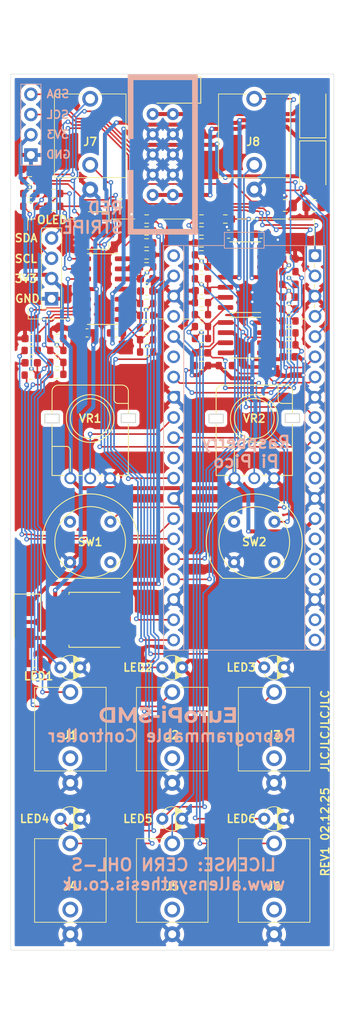
<source format=kicad_pcb>
(kicad_pcb (version 20241229) (generator "pcbnew") (generator_version "9.0")
  (layers (0 "F.Cu" signal) (2 "B.Cu" signal) (13 "F.Paste" user) (15 "B.Paste" user) (5 "F.SilkS" user "F.Silkscreen") (7 "B.SilkS" user "B.Silkscreen") (1 "F.Mask" user) (3 "B.Mask" user) (25 "Edge.Cuts" user))
  (net 0 "")
  (net 1 "+12V")
  (net 2 "-12V")
  (net 3 "+5V")
  (net 4 "BUTTON_1")
  (net 5 "BUTTON_2")
  (net 6 "Net-(U3A-+)")
  (net 7 "Net-(U3D-+)")
  (net 8 "Net-(U3B-+)")
  (net 9 "Net-(U4A-+)")
  (net 10 "ANALOGUE_IN")
  (net 11 "Net-(U3C-+)")
  (net 12 "Net-(U4B-+)")
  (net 13 "Net-(D5-A)")
  (net 14 "Net-(D1-K)")
  (net 15 "AIN_DETECT")
  (net 16 "DIN_DETECT")
  (net 17 "Net-(LED1-A)")
  (net 18 "Net-(LED2-A)")
  (net 19 "Net-(LED3-A)")
  (net 20 "Net-(LED4-A)")
  (net 21 "Net-(LED5-A)")
  (net 22 "Net-(LED6-A)")
  (net 23 "DIGITAL_IN")
  (net 24 "Net-(D3-K)")
  (net 25 "Net-(R1-Pad2)")
  (net 26 "Net-(R2-Pad2)")
  (net 27 "OUT_1")
  (net 28 "OUT_4")
  (net 29 "Net-(U3A--)")
  (net 30 "Net-(U3D--)")
  (net 31 "Net-(R11-Pad2)")
  (net 32 "Net-(R10-Pad1)")
  (net 33 "Net-(U4C-+)")
  (net 34 "OUT_2")
  (net 35 "OUT_5")
  (net 36 "Net-(R18-Pad2)")
  (net 37 "Net-(U3B--)")
  (net 38 "Net-(U4A--)")
  (net 39 "Net-(R21-Pad1)")
  (net 40 "Net-(R22-Pad1)")
  (net 41 "OUT_3")
  (net 42 "OUT_6")
  (net 43 "Net-(U3C--)")
  (net 44 "Net-(U4B--)")
  (net 45 "Net-(R33-Pad1)")
  (net 46 "Net-(R34-Pad1)")
  (net 48 "OLED_SCL")
  (net 51 "OLED_SDA")
  (net 53 "Net-(D2-K)")
  (net 54 "I2C_SDA")
  (net 55 "KNOB_1")
  (net 59 "KNOB_2")
  (net 61 "I2C_SCL")
  (net 68 "Net-(U5A-+)")
  (net 73 "Net-(J3-T)")
  (net 74 "Net-(J4-T)")
  (net 76 "Net-(J5-T)")
  (net 77 "Net-(J6-T)")
  (net 79 "Net-(J7-T)")
  (net 81 "Net-(J8-T)")
  (net 83 "Net-(J9-T)")
  (net 84 "Net-(J10-T)")
  (net 86 "GND")
  (net 87 "+3.3V")
  (footprint "allen-synthesis:led-3mm" (layer "F.Cu") (at 7.5 74.5)
    (property "Reference" "LED1" (hide yes))
    (property "Value" "LED" (hide yes))
  )
  (footprint "Resistor_SMD:R_0603_1608Metric" (layer "F.Cu") (at 35 31 180)
    (property "Reference" "R18" (hide yes))
    (property "Value" "22K")
  )
  (footprint "Resistor_SMD:R_0603_1608Metric" (layer "F.Cu") (at 2.575 37.8 180)
    (property "Reference" "R16" (hide yes))
    (property "Value" "1K")
  )
  (footprint "Resistor_SMD:R_0603_1608Metric" (layer "F.Cu") (at 2.4 15)
    (property "Reference" "R40" (hide yes))
    (property "Value" "10K")
  )
  (footprint "Capacitor_SMD:C_0603_1608Metric" (layer "F.Cu") (at 27.4 20.1 180)
    (property "Reference" "C6" (hide yes))
    (property "Value" "100nF")
  )
  (footprint "allen-synthesis:jack-thonkiconn-mono" (layer "F.Cu") (at 10 8.5 90)
    (property "Reference" "J8" (hide yes))
    (property "Value" "Digital Input Jack")
  )
  (footprint "Resistor_SMD:R_0603_1608Metric" (layer "F.Cu") (at 5.8 33.2 180)
    (property "Reference" "R19" (hide yes))
    (property "Value" "100K")
  )
  (footprint "Capacitor_SMD:C_0603_1608Metric" (layer "F.Cu") (at 17.1 25.7)
    (property "Reference" "C12" (hide yes))
    (property "Value" "100nF")
  )
  (footprint "Capacitor_SMD:C_0603_1608Metric" (layer "F.Cu") (at 24 35 180)
    (property "Reference" "C15" (hide yes))
    (property "Value" "1nF")
  )
  (footprint "Capacitor_SMD:C_0603_1608Metric" (layer "F.Cu") (at 35 35.5)
    (property "Reference" "C18" (hide yes))
    (property "Value" "100nF")
  )
  (footprint "Resistor_SMD:R_0603_1608Metric" (layer "F.Cu") (at 17.1 22.7)
    (property "Reference" "R8" (hide yes))
    (property "Value" "100K")
  )
  (footprint "Resistor_SMD:R_0603_1608Metric" (layer "F.Cu") (at 2.4 13.4)
    (property "Reference" "R35" (hide yes))
    (property "Value" "100K")
  )
  (footprint "allen-synthesis:jack-thonkiconn-mono" (layer "F.Cu") (at 7.5 83 90)
    (property "Reference" "J3" (hide yes))
    (property "Value" "Output 1 Jack")
  )
  (footprint "Capacitor_SMD:C_0603_1608Metric" (layer "F.Cu") (at 2.575 36.25 180)
    (property "Reference" "C13" (hide yes))
    (property "Value" "100nF")
  )
  (footprint "Resistor_SMD:R_0603_1608Metric" (layer "F.Cu") (at 17.1 34.9)
    (property "Reference" "R38" (hide yes))
    (property "Value" "1K")
  )
  (footprint "Resistor_SMD:R_0603_1608Metric" (layer "F.Cu") (at 24 28.7 180)
    (property "Reference" "R32" (hide yes))
    (property "Value" "100K")
  )
  (footprint "allen-synthesis:led-3mm" (layer "F.Cu") (at 33.14 74.5)
    (property "Reference" "LED5" (hide yes))
    (property "Value" "LED" (hide yes))
  )
  (footprint "Diode_SMD:D_SMA" (layer "F.Cu") (at 38 11.9 -90)
    (property "Reference" "D1" (hide yes))
    (property "Value" "D")
  )
  (footprint "Resistor_SMD:R_0603_1608Metric" (layer "F.Cu") (at 17.1 30.3)
    (property "Reference" "R31" (hide yes))
    (property "Value" "100K")
  )
  (footprint "allen-synthesis:switch-momentary-c&k" (layer "F.Cu") (at 10 58.75)
    (property "Reference" "SW1" (hide yes))
    (property "Value" "SW_Push")
  )
  (footprint "Resistor_SMD:R_0603_1608Metric" (layer "F.Cu") (at 17.1 18.2 180)
    (property "Reference" "R12" (hide yes))
    (property "Value" "4K7")
  )
  (footprint "Capacitor_SMD:C_0603_1608Metric" (layer "F.Cu") (at 3 74)
    (property "Reference" "C3" (hide yes))
    (property "Value" "1uF")
  )
  (footprint "Capacitor_SMD:C_0603_1608Metric" (layer "F.Cu") (at 13.3 32.5 180)
    (property "Reference" "C5" (hide yes))
    (property "Value" "100nF")
  )
  (footprint "Resistor_SMD:R_0603_1608Metric" (layer "F.Cu") (at 35 32.5)
    (property "Reference" "R23" (hide yes))
    (property "Value" "22K")
  )
  (footprint "allen-synthesis:potentiometer-9mm" (layer "F.Cu") (at 30.64 43.25)
    (property "Reference" "VR2" (hide yes))
    (property "Value" "KNOB 2" (hide yes))
    (fp_rect (start -5.7 0.55) (end -3.9 -0.55) (stroke (width 0.12)) (fill no) (layer "Edge.Cuts"))
    (fp_rect (start 3.9 0.5) (end 5.7 -0.6) (stroke (width 0.12)) (fill no) (layer "Edge.Cuts"))
  )
  (footprint "Resistor_SMD:R_0603_1608Metric" (layer "F.Cu") (at 13.8 16.2)
    (property "Reference" "R7" (hide yes))
    (property "Value" "100K")
  )
  (footprint "Capacitor_SMD:C_0603_1608Metric" (layer "F.Cu") (at 17.1 27.25)
    (property "Reference" "C16" (hide yes))
    (property "Value" "100nF")
  )
  (footprint "Capacitor_SMD:C_0603_1608Metric" (layer "F.Cu") (at 2.575 33.2 180)
    (property "Reference" "C11" (hide yes))
    (property "Value" "100nF")
  )
  (footprint "Resistor_SMD:R_0603_1608Metric" (layer "F.Cu") (at 24 36.6)
    (property "Reference" "R5" (hide yes))
    (property "Value" "10K")
  )
  (footprint "Resistor_SMD:R_0603_1608Metric" (layer "F.Cu") (at 24 19.7)
    (property "Reference" "R22" (hide yes))
    (property "Value" "220K")
  )
  (footprint "allen-synthesis:led-3mm" (layer "F.Cu") (at 20.32 74.5)
    (property "Reference" "LED3" (hide yes))
    (property "Value" "LED" (hide yes))
  )
  (footprint "Capacitor_SMD:C_0805_2012Metric" (layer "F.Cu") (at 38.15 16.5 180)
    (property "Reference" "C1" (hide yes))
    (property "Value" "10uF")
  )
  (footprint "allen-synthesis:jack-thonkiconn-mono" (layer "F.Cu") (at 20.32 102 90)
    (property "Reference" "J7" (hide yes))
    (property "Value" "Output 5 Jack")
  )
  (footprint "allen-synthesis:potentiometer-9mm" (layer "F.Cu") (at 10 43.25)
    (property "Reference" "VR1" (hide yes))
    (property "Value" "KNOB 1" (hide yes))
    (fp_rect (start -5.7 0.55) (end -3.9 -0.55) (stroke (width 0.12)) (fill no) (layer "Edge.Cuts"))
    (fp_rect (start 3.9 0.5) (end 5.7 -0.6) (stroke (width 0.12)) (fill no) (layer "Edge.Cuts"))
  )
  (footprint "Diode_SMD:D_SMA" (layer "F.Cu") (at 2.1 68.8 -90)
    (property "Reference" "D2" (hide yes))
    (property "Value" "D")
  )
  (footprint "Resistor_SMD:R_0603_1608Metric" (layer "F.Cu") (at 27 36.6 180)
    (property "Reference" "R6" (hide yes))
    (property "Value" "10K")
  )
  (footprint "Resistor_SMD:R_0603_1608Metric" (layer "F.Cu") (at 2.575 34.7 180)
    (property "Reference" "R3" (hide yes))
    (property "Value" "1K")
  )
  (footprint "Resistor_SMD:R_0603_1608Metric" (layer "F.Cu") (at 17.1 21.2 180)
    (property "Reference" "R10" (hide yes))
    (property "Value" "220K")
  )
  (footprint "allen-synthesis:led-3mm" (layer "F.Cu") (at 7.5 93.5)
    (property "Reference" "LED2" (hide yes))
    (property "Value" "LED" (hide yes))
  )
  (footprint "Resistor_SMD:R_0603_1608Metric" (layer "F.Cu") (at 24 25.7 180)
    (property "Reference" "R30" (hide yes))
    (property "Value" "1K")
  )
  (footprint "Resistor_SMD:R_0603_1608Metric" (layer "F.Cu") (at 24 31.7)
    (property "Reference" "R37" (hide yes))
    (property "Value" "4K7")
  )
  (footprint "Resistor_SMD:R_0603_1608Metric" (layer "F.Cu") (at 5.8 37.7 180)
    (property "Reference" "R26" (hide yes))
    (property "Value" "1K")
  )
  (footprint "Capacitor_SMD:C_0603_1608Metric" (layer "F.Cu") (at 31.5 20.1 180)
    (property "Reference" "C7" (hide yes))
    (property "Value" "100nF")
  )
  (footprint "Resistor_SMD:R_0603_1608Metric" (layer "F.Cu") (at 17.1 24.2)
    (property "Reference" "R4" (hide yes))
    (property "Value" "1K")
  )
  (footprint "Capacitor_SMD:C_0603_1608Metric" (layer "F.Cu") (at 24 24.2 180)
    (property "Reference" "C14" (hide yes))
    (property "Value" "100nF")
  )
  (footprint "Package_SO:SOIC-14_3.9x8.7mm_P1.27mm" (layer "F.Cu") (at 29.5 25.5)
    (property "Reference" "U4" (hide yes))
    (property "Value" "TL074")
  )
  (footprint "allen-synthesis:jack-thonkiconn-mono" (layer "F.Cu") (at 20.32 83 90)
    (property "Reference" "J6" (hide yes))
    (property "Value" "Output 2 Jack")
  )
  (footprint "Resistor_SMD:R_0603_1608Metric" (layer "F.Cu") (at 5.4 15)
    (property "Reference" "R11" (hide yes))
    (property "Value" "4K7")
  )
  (footprint "Diode_SMD:D_SMA" (layer "F.Cu") (at 20.4 2 180)
    (property "Reference" "D3" (hide yes))
    (property "Value" "D")
  )
  (footprint "Resistor_SMD:R_0603_1608Metric" (layer "F.Cu") (at 17.1 19.7)
    (property "Reference" "R14" (hide yes))
    (property "Value" "1K")
  )
  (footprint "Resistor_SMD:R_0603_1608Metric" (layer "F.Cu") (at 24 22.7 180)
    (property "Reference" "R17" (hide yes))
    (property "Value" "1K")
  )
  (footprint "Resistor_SMD:R_0603_1608Metric" (layer "F.Cu") (at 35 29.5 180)
    (property "Reference" "R15" (hide yes))
    (property "Value" "100K")
  )
  (footprint "Connector_PinHeader_2.54mm:PinHeader_1x04_P2.54mm_Vertical" (layer "F.Cu") (at 5.14 28.21 180)
    (property "Reference" "J2" (hide yes))
    (property "Value" "Conn_01x04_Pin" (hide yes))
  )
  (footprint "allen-synthesis:led-3mm" (layer "F.Cu") (at 33.14 93.5)
    (property "Reference" "LED6" (hide yes))
    (property "Value" "LED" (hide yes))
  )
  (footprint "Resistor_SMD:R_0603_1608Metric" (layer "F.Cu") (at 5.4 16.6)
    (property "Reference" "R9" (hide yes))
    (property "Value" "220K")
  )
  (footprint "Resistor_SMD:R_0603_1608Metric" (layer "F.Cu") (at 35 26.4)
    (property "Reference" "R1" (hide yes))
    (property "Value" "1K")
  )
  (footprint "Package_TO_SOT_SMD:SOT-89-3" (layer "F.Cu") (at 11 19.6375)
    (property "Reference" "Q1" (hide yes))
    (property "Value" "2N2222")
  )
  (footprint "Resistor_SMD:R_0603_1608Metric" (layer "F.Cu") (at 17.1 31.85 180)
    (property "Reference" "R33" (hide yes))
    (property "Value" "220K")
  )
  (footprint "Package_TO_SOT_SMD:TO-252-2" (layer "F.Cu") (at 10.64 68.52)
    (property "Reference" "U6" (hide yes))
    (property "Value" "L7805")
  )
  (footprint "allen-synthesis:jack-thonkiconn-mono" (layer "F.Cu") (at 33.14 83 90)
    (property "Reference" "J9" (hide yes))
    (property "Value" "Output 3 Jack")
  )
  (footprint "Resistor_SMD:R_0603_1608Metric" (layer "F.Cu") (at 17.1 33.35 180)
    (property "Reference" "R36" (hide yes))
    (property "Value" "4K7")
  )
  (footprint "Capacitor_SMD:C_0603_1608Metric" (layer "F.Cu") (at 35 28 180)
    (property "Reference" "C9" (hide yes))
    (property "Value" "100nF")
  )
  (footprint "Resistor_SMD:R_0603_1608Metric" (layer "F.Cu") (at 24 30.2)
    (property "Reference" "R34" (hide yes))
    (property "Value" "220K")
  )
  (footprint "allen-synthesis:jack-thonkiconn-mono" (layer "F.Cu") (at 7.5 102 90)
    (property "Reference" "J4" (hide yes))
    (property "Value" "Output 4 Jack")
  )
  (footprint "Diode_SMD:D_SMA" (layer "F.Cu") (at 38 4.5 90)
    (property "Reference" "D5" (hide yes))
    (property "Value" "D")
  )
  (footprint "Resistor_SMD:R_0603_1608Metric" (layer "F.Cu") (at 35 24.8)
    (property "Reference" "R2" (hide yes))
    (property "Value" "1K")
  )
  (footprint "Resistor_SMD:R_0603_1608Metric" (layer "F.Cu") (at 35 34 180)
    (property "Reference" "R28" (hide yes))
    (property "Value" "22K")
  )
  (footprint "Capacitor_SMD:C_0603_1608Metric" (layer "F.Cu") (at 24 27.2 180)
    (property "Reference" "C17" (hide yes))
    (property "Value" "100nF")
  )
  (footprint "Package_SO:SOIC-8_3.9x4.9mm_P1.27mm" (layer "F.Cu") (at 29.5 33.1)
    (property "Reference" "U5" (hide yes))
    (property "Value" "MCP6002-xSN")
  )
  (footprint "Resistor_SMD:R_0603_1608Metric" (layer "F.Cu") (at 27 18.2 180)
    (property "Reference" "R25" (hide yes))
    (property "Value" "4K7")
  )
  (footprint "Package_SO:SOIC-14_3.9x8.7mm_P1.27mm" (layer "F.Cu") (at 11.6 27)
    (property "Reference" "U3" (hide yes))
    (property "Value" "TL074")
  )
  (footprint "Resistor_SMD:R_0603_1608Metric" (layer "F.Cu") (at 17.1 28.8)
    (property "Reference" "R29" (hide yes))
    (property "Value" "1K")
  )
  (footprint "Resistor_SMD:R_0603_1608Metric" (layer "F.Cu") (at 5.8 36.2)
    (property "Reference" "R24" (hide yes))
    (property "Value" "4K7")
  )
  (footprint "Resistor_SMD:R_0603_1608Metric" (layer "F.Cu") (at 2.4 16.6 180)
    (property "Reference" "R13" (hide yes))
    (property "Value" "1K")
  )
  (footprint "allen-synthesis:jack-thonkiconn-mono" (layer "F.Cu") (at 30.64 8.5 90)
    (property "Reference" "J5" (hide yes))
    (property "Value" "Analogue Input Jack")
  )
  (footprint "Resistor_SMD:R_0603_1608Metric" (layer "F.Cu") (at 24 21.2 180)
    (property "Reference" "R20" (hide yes))
    (property "Value" "100K")
  )
  (footprint "Capacitor_SMD:C_0805_2012Metric" (layer "F.Cu") (at 34.55 16.5)
    (property "Reference" "C2" (hide yes))
    (property "Value" "10uF")
  )
  (footprint "allen-synthesis:switch-momentary-c&k" (layer "F.Cu") (at 30.64 58.75)
    (property "Reference" "SW2" (hide yes))
    (property "Value" "SW_Push")
  )
  (footprint "Resistor_SMD:R_0603_1608Metric" (layer "F.Cu") (at 24 18.2 180)
    (property "Reference" "R27" (hide yes))
    (property "Value" "1K")
  )
  (footprint "Capacitor_SMD:C_0603_1608Metric" (layer "F.Cu") (at 35 23.2)
    (property "Reference" "C10" (hide yes))
    (property "Value" "100nF")
  )
  (footprint "Resistor_SMD:R_0603_1608Metric" (layer "F.Cu") (at 24 33.2 180)
    (property "Reference" "R39" (hide yes))
    (property "Value" "1K")
  )
  (footprint "allen-synthesis:jack-thonkiconn-mono" (layer "F.Cu") (at 33.14 102 90)
    (property "Reference" "J10" (hide yes))
    (property "Value" "Output 6 Jack")
  )
  (footprint "Capacitor_SMD:C_0603_1608Metric" (layer "F.Cu") (at 9.6 32.5 180)
    (property "Reference" "C4" (hide yes))
    (property "Value" "100nF")
  )
  (footprint "allen-synthesis:led-3mm" (layer "F.Cu") (at 20.32 93.5)
    (property "Reference" "LED4" (hide yes))
    (property "Value" "LED" (hide yes))
  )
  (footprint "Resistor_SMD:R_0603_1608Metric" (layer "F.Cu") (at 5.8 34.7)
    (property "Reference" "R21" (hide yes))
    (property "Value" "220K")
  )
  (footprint "allen-synthesis:power-header-10-pin-unlabelled" (layer "B.Cu") (at 19.13 10.1 -90)
    (property "Reference" "J1" (hide yes))
    (property "Value" "Conn_02x05_Odd_Even" (hide yes))
  )
  (footprint "allen-synthesis:raspberry-pi-pico" (layer "B.Cu") (at 38.28 22.8 180)
    (property "Reference" "U2" (hide yes))
    (property "Value" "PICO_RP2040" (hide yes))
  )
  (footprint "Connector_PinHeader_2.54mm:PinHeader_1x04_P2.54mm_Vertical" (layer "B.Cu") (at 2.54 10.16)
    (property "Reference" "J11" (hide yes))
    (property "Value" "Conn_01x04_Pin" (hide yes))
  )
  (gr_line (start 12.7 18.2) (end 15.62 18.2) (stroke (width 0.1)) (layer "F.SilkS"))
  (gr_line (start 38.2 18.2) (end 38.2 21.45) (stroke (width 0.1)) (layer "F.SilkS"))
  (gr_line (start 22.52 30.75) (end 21.4 30.75) (stroke (width 0.1)) (layer "F.SilkS"))
  (gr_line (start 38.2 23.75) (end 38.2 24.3) (stroke (width 0.1)) (layer "F.SilkS"))
  (gr_line (start 2.2 30.75) (end 2.2 29.25) (stroke (width 0.1)) (layer "F.SilkS"))
  (gr_line (start 19.55 30.75) (end 18.65 30.75) (stroke (width 0.1)) (layer "F.SilkS"))
  (gr_line (start 18.58 18.2) (end 22.52 18.2) (stroke (width 0.1)) (layer "F.SilkS"))
  (gr_line (start 38.2 26.35) (end 38.2 26.9) (stroke (width 0.1)) (layer "F.SilkS"))
  (gr_line (start 2.15 18.2) (end 3.1 18.2) (stroke (width 0.1)) (layer "F.SilkS"))
  (gr_line (start 2.15 18.2) (end 2.15 19.6) (stroke (width 0.1)) (layer "F.SilkS"))
  (gr_line (start 28.48 18.2) (end 38.2 18.2) (stroke (width 0.1)) (layer "F.SilkS"))
  (gr_line (start 38.2 28.85) (end 38.2 29.4) (stroke (width 0.1)) (layer "F.SilkS"))
  (gr_line (start 7.85 30.75) (end 2.2 30.75) (stroke (width 0.1)) (layer "F.SilkS"))
  (gr_line (start 7.2 18.2) (end 8.1 18.2) (stroke (width 0.1)) (layer "F.SilkS"))
  (gr_line (start 37.35 30.75) (end 36.55 30.75) (stroke (width 0.1)) (layer "F.SilkS"))
  (gr_line (start 21.9 21.53) (end 26.88 21.53) (stroke (width 0.1)) (layer "B.SilkS"))
  (gr_poly (pts (xy 26.854727 79.857999) (xy 27.883722 79.857999) (xy 27.883722 80.281516) (xy 26.972819 80.281516) (xy 26.972819 80.633958) (xy 27.883722 80.633958) (xy 27.883722 81.087273) (xy 26.816625 81.087273) (xy 26.816625 81.451928) (xy 28.333618 81.451928) (xy 28.333618 79.493344) (xy 26.854727 79.493344)) (fill yes) (layer "B.SilkS"))
  (gr_poly (pts (xy 26.069609 80.731533) (xy 26.059078 80.855482) (xy 26.031212 80.945101) (xy 25.989497 81.008871) (xy 25.930706 81.056636) (xy 25.857191 81.086218) (xy 25.764549 81.096798) (xy 25.667361 81.085529) (xy 25.584542 81.053079) (xy 25.515297 80.998654) (xy 25.460955 80.918867) (xy 25.427977 80.821162) (xy 25.41577 80.691111) (xy 25.41577 79.946659) (xy 24.979186 79.946659) (xy 24.979186 81.451928) (xy 25.395132 81.451928) (xy 25.395132 81.273742) (xy 25.451456 81.332621) (xy 25.541067 81.393798) (xy 25.64115 81.437739) (xy 25.747207 81.464199) (xy 25.860781 81.473177) (xy 25.984913 81.464798) (xy 26.095829 81.440646) (xy 26.195516 81.401613) (xy 26.285361 81.345419) (xy 26.361083 81.272034) (xy 26.423883 81.179475) (xy 26.46771 81.075877) (xy 26.495917 80.949866) (xy 26.506071 80.796746) (xy 26.506071 79.946659) (xy 26.069609 79.946659)) (fill yes) (layer "B.SilkS"))
  (gr_poly (pts (xy 23.637927 80.328044) (xy 23.689462 80.322182) (xy 23.735746 80.320228) (xy 23.852691 80.332548) (xy 23.948142 80.367229) (xy 24.026761 80.423177) (xy 24.072167 80.477689) (xy 24.106217 80.546608) (xy 24.12828 80.633193) (xy 24.136304 80.741669) (xy 24.136304 81.451928) (xy 24.572766 81.451928) (xy 24.572766 79.946659) (xy 24.156943 79.946659) (xy 24.156943 80.146988) (xy 24.089371 80.070807) (xy 23.999773 80.007475) (xy 23.89799 79.963319) (xy 23.778543 79.93542) (xy 23.637927 79.925532)) (fill yes) (layer "B.SilkS"))
  (gr_poly (pts (xy 14.702505 80.711217) (xy 13.981908 79.493344) (xy 13.60785 79.493344) (xy 13.604064 81.451928) (xy 14.028314 81.451928) (xy 14.031824 80.279762) (xy 14.60778 81.243588) (xy 14.81099 81.243588) (xy 15.386549 80.300457) (xy 15.386549 81.451928) (xy 15.810798 81.451928) (xy 15.810798 79.493344) (xy 15.436863 79.493344)) (fill yes) (layer "B.SilkS"))
  (gr_poly (pts (xy 20.506894 79.50363) (xy 20.356468 79.532736) (xy 20.226587 79.578707) (xy 20.10706 79.645191) (xy 20.00994 79.72661) (xy 19.932519 79.823683) (xy 19.876165 79.934315) (xy 19.841425 80.059741) (xy 19.829326 80.203236) (xy 19.841405 80.34566) (xy 19.876125 80.470412) (xy 19.932519 80.580713) (xy 20.009879 80.677454) (xy 20.106996 80.758887) (xy 20.226587 80.825689) (xy 20.356495 80.87193) (xy 20.50692 80.901198) (xy 20.681367 80.91154) (xy 21.073743 80.91154) (xy 21.073743 81.451928) (xy 21.528035 81.451928) (xy 21.528035 80.542489) (xy 21.073743 80.542489) (xy 20.704814 80.542489) (xy 20.56874 80.530956) (xy 20.467206 80.500022) (xy 20.392184 80.453096) (xy 20.334955 80.387022) (xy 20.299952 80.305328) (xy 20.287526 80.203236) (xy 20.3 80.1) (xy 20.335047 80.01783) (xy 20.392184 79.951788) (xy 20.467206 79.904862) (xy 20.56874 79.873928) (xy 20.704814 79.862395) (xy 21.073743 79.862395) (xy 21.073743 80.542489) (xy 21.528035 80.542489) (xy 21.528035 79.493344) (xy 20.681367 79.493344)) (fill yes) (layer "B.SilkS"))
  (gr_poly (pts (xy 16.702687 79.471282) (xy 16.522034 79.504091) (xy 16.350362 79.559133) (xy 16.205373 79.632685) (xy 16.346667 79.97609) (xy 16.484154 79.907829) (xy 16.620219 79.861052) (xy 16.758042 79.832905) (xy 16.888886 79.823805) (xy 17.014544 79.832239) (xy 17.104186 79.854213) (xy 17.178416 79.891239) (xy 17.224476 79.934447) (xy 17.252409 79.987378) (xy 17.261723 80.046554) (xy 17.254704 80.095072) (xy 17.234329 80.135628) (xy 17.199563 80.170263) (xy 17.130921 80.210539) (xy 17.036653 80.244635) (xy 16.813904 80.299223) (xy 16.570394 80.363215) (xy 16.453039 80.407058) (xy 16.348133 80.461767) (xy 16.257126 80.532654) (xy 16.185345 80.6237) (xy 16.151969 80.693637) (xy 16.130761 80.777576) (xy 16.123185 80.878567) (xy 16.133342 80.985113) (xy 16.163494 81.085086) (xy 16.214288 81.180329) (xy 16.282832 81.263737) (xy 16.373231 81.337466) (xy 16.489183 81.401613) (xy 16.614436 81.445821) (xy 16.767145 81.474529) (xy 16.952634 81.4849) (xy 17.107942 81.477837) (xy 17.25783 81.456893) (xy 17.403018 81.422252) (xy 17.544459 81.373528) (xy 17.658904 81.319095) (xy 17.750331 81.259831) (xy 17.596702 80.917036) (xy 17.463173 80.996927) (xy 17.299092 81.063948) (xy 17.12469 81.107118) (xy 16.950313 81.121345) (xy 16.821534 81.113804) (xy 16.732327 81.094478) (xy 16.658094 81.06069) (xy 16.611182 81.020106) (xy 16.582119 80.969255) (xy 16.57247 80.912029) (xy 16.579513 80.862763) (xy 16.599917 80.821691) (xy 16.63463 80.786732) (xy 16.703271 80.745789) (xy 16.79754 80.710528) (xy 17.019801 80.654841) (xy 17.263311 80.590117) (xy 17.381068 80.545427) (xy 17.48606 80.489977) (xy 17.577085 80.418308) (xy 17.64897 80.326579) (xy 17.682208 80.256232) (xy 17.70341 80.171209) (xy 17.711008 80.068292) (xy 17.700883 79.959926) (xy 17.670948 79.859072) (xy 17.62076 79.763843) (xy 17.552627 79.680423) (xy 17.462603 79.606903) (xy 17.346964 79.54317) (xy 17.221905 79.499206) (xy 17.069657 79.470673) (xy 16.884978 79.460371)) (fill yes) (layer "B.SilkS"))
  (gr_line (start 36.9 72.33) (end 21.9 72.33) (stroke (width 0.1)) (layer "B.SilkS"))
  (gr_poly (pts (xy 19.214441 79.257278) (xy 19.149822 79.27967) (xy 19.095987 79.31578) (xy 19.053842 79.364293) (xy 19.028874 79.42007) (xy 19.020272 79.485528) (xy 19.028819 79.554633) (xy 19.053595 79.613926) (xy 19.095132 79.66578) (xy 19.148932 79.704848) (xy 19.213767 79.728939) (xy 19.292724 79.737465) (xy 19.370732 79.729133) (xy 19.435389 79.705511) (xy 19.489584 79.667123) (xy 19.531782 79.616225) (xy 19.556667 79.559032) (xy 19.565177 79.493344) (xy 19.55667 79.427737) (xy 19.531789 79.370583) (xy 19.489584 79.319687) (xy 19.435389 79.2813) (xy 19.370732 79.257678) (xy 19.292724 79.249346)) (fill yes) (layer "B.SilkS"))
  (gr_rect (start 26.88 19.8675) (end 31.88 21.8675) (stroke (width 0.1)) (fill no) (layer "B.SilkS"))
  (gr_rect (start 19.073639 79.946659) (end 19.510101 81.451928) (fill yes) (layer "B.SilkS"))
  (gr_poly (pts (xy 12.037624 79.507653) (xy 11.850946 79.548732) (xy 11.684804 79.614855) (xy 11.568366 79.682688) (xy 11.467106 79.761752) (xy 11.379659 79.852368) (xy 11.305128 79.955329) (xy 11.246536 80.067172) (xy 11.203975 80.189529) (xy 11.177683 80.324039) (xy 11.168597 80.472636) (xy 11.177663 80.620623) (xy 11.203924 80.754878) (xy 11.246481 80.877288) (xy 11.305128 80.989454) (xy 11.379681 81.092662) (xy 11.467139 81.183456) (xy 11.568393 81.262639) (xy 11.684804 81.330539) (xy 11.850939 81.396593) (xy 12.037618 81.437632) (xy 12.248516 81.451928) (xy 13.137805 81.451928) (xy 13.137805 81.080556) (xy 12.683513 81.080556) (xy 12.269766 81.080556) (xy 12.141074 81.071736) (xy 12.028801 81.04657) (xy 11.93039 81.006306) (xy 11.841158 80.94944) (xy 11.767102 80.87938) (xy 11.706786 80.795036) (xy 11.663251 80.700704) (xy 11.636307 80.594072) (xy 11.626918 80.472636) (xy 11.636384 80.349234) (xy 11.663396 80.242204) (xy 11.706786 80.14877) (xy 11.76701 80.065345) (xy 11.841054 79.995748) (xy 11.93039 79.938965) (xy 12.028808 79.898633) (xy 12.141081 79.873427) (xy 12.269766 79.864593) (xy 12.683513 79.864593) (xy 12.683513 81.080556) (xy 13.137805 81.080556) (xy 13.137805 79.493344) (xy 12.248516 79.493344)) (fill yes) (layer "B.SilkS"))
  (gr_line (start 36.9 21.53) (end 31.88 21.53) (stroke (width 0.1)) (layer "B.SilkS"))
  (gr_poly (pts (xy 22.519088 79.937037) (xy 22.377684 79.970324) (xy 22.249773 80.02445) (xy 22.133194 80.09939) (xy 22.036201 80.189918) (xy 21.956925 80.297147) (xy 21.898774 80.417044) (xy 21.863204 80.549895) (xy 21.850924 80.69856) (xy 21.863128 80.846028) (xy 21.898574 80.978641) (xy 21.956681 81.099119) (xy 22.035876 81.206969) (xy 22.132984 81.298104) (xy 22.249895 81.373648) (xy 22.378222 81.428161) (xy 22.519604 81.461627) (xy 22.676587 81.473177) (xy 22.833477 81.461607) (xy 22.974348 81.428123) (xy 23.101814 81.373648) (xy 23.21787 81.298233) (xy 23.315031 81.207031) (xy 23.395027 81.098874) (xy 23.453931 80.978092) (xy 23.489796 80.845514) (xy 23.502118 80.69856) (xy 23.060659 80.69856) (xy 23.047264 80.821064) (xy 23.009368 80.921798) (xy 22.948563 81.00599) (xy 22.871737 81.066146) (xy 22.780939 81.103051) (xy 22.676587 81.115727) (xy 22.570839 81.103009) (xy 22.479727 81.066146) (xy 22.403004 81.005943) (xy 22.342951 80.921798) (xy 22.305607 80.82111) (xy 22.292393 80.69856) (xy 22.30573 80.574166) (xy 22.342951 80.474956) (xy 22.402865 80.39243) (xy 22.479727 80.332563) (xy 22.570717 80.295579) (xy 22.67561 80.282859) (xy 22.780609 80.295582) (xy 22.871615 80.332563) (xy 22.94868 80.392392) (xy 23.009368 80.474956) (xy 23.04714 80.574215) (xy 23.060659 80.69856) (xy 23.502118 80.69856) (xy 23.502128 80.698438) (xy 23.489709 80.550337) (xy 23.453683 80.417642) (xy 23.394661 80.297514) (xy 23.314522 80.189957) (xy 23.217472 80.099321) (xy 23.101814 80.02445) (xy 22.974843 79.970365) (xy 22.833993 79.937059) (xy 22.676587 79.925532)) (fill yes) (layer "B.SilkS"))
  (gr_rect (start 17.933757 80.489855) (end 18.725837 80.838878) (fill yes) (layer "B.SilkS"))
  (gr_rect (start 0 0) (end 40.64 110) (stroke (width 0.05)) (fill no) (layer "Edge.Cuts"))
  (gr_text "LED3" (at 29 74.5 0) (layer "F.SilkS") (effects (font (size 1 1) (thickness 0.2) (bold yes))))
  (gr_text "LED4" (at 3 93.5 0) (layer "F.SilkS") (effects (font (size 1 1) (thickness 0.2) (bold yes))))
  (gr_text "VR1" (at 10 43.25 0) (layer "F.SilkS") (effects (font (size 1 1) (thickness 0.2) (bold yes))))
  (gr_text "J7" (at 10 8.5 0) (layer "F.SilkS") (effects (font (size 1 1) (thickness 0.2) (bold yes))))
  (gr_text "GND" (at 0.45 28.2 0) (layer "F.SilkS") (effects (font (size 1 1) (thickness 0.2) (bold yes)) (justify left)))
  (gr_text "LED5" (at 16 93.5 0) (layer "F.SilkS") (effects (font (size 1 1) (thickness 0.2) (bold yes))))
  (gr_text "J1" (at 7.5 83 0) (layer "F.SilkS") (effects (font (size 1 1) (thickness 0.2) (bold yes))))
  (gr_text "J3" (at 33.14 83 0) (layer "F.SilkS") (effects (font (size 1 1) (thickness 0.2) (bold yes))))
  (gr_text "3V3" (at 0.4 25.69 0) (layer "F.SilkS") (effects (font (size 1 1) (thickness 0.2) (bold yes)) (justify left)))
  (gr_text "LED2" (at 16 74.5 0) (layer "F.SilkS") (effects (font (size 1 1) (thickness 0.2) (bold yes))))
  (gr_text "J6" (at 33.14 102 0) (layer "F.SilkS") (effects (font (size 1 1) (thickness 0.2) (bold yes))))
  (gr_text "LED1" (at 3.5 75.6 0) (layer "F.SilkS") (effects (font (size 1 1) (thickness 0.2) (bold yes))))
  (gr_text "VR2" (at 30.64 43.25 0) (layer "F.SilkS") (effects (font (size 1 1) (thickness 0.2) (bold yes))))
  (gr_text "OLED" (at 3.2 18.3 0) (layer "F.SilkS") (effects (font (size 1 1) (thickness 0.2) (bold yes)) (justify left)))
  (gr_text "J4" (at 7.5 102 0) (layer "F.SilkS") (effects (font (size 1 1) (thickness 0.2) (bold yes))))
  (gr_text "JLCJLCJLCJLC" (at 39.55 82.5 90) (layer "F.SilkS") (effects (font (size 1 1) (thickness 0.2) (bold yes))))
  (gr_text "SCL" (at 0.4 23.19 0) (layer "F.SilkS") (effects (font (size 1 1) (thickness 0.2) (bold yes)) (justify left)))
  (gr_text "REV1 02.12.25" (at 39.55 95.15 90) (layer "F.SilkS") (effects (font (size 1 1) (thickness 0.2) (bold yes))))
  (gr_text "SDA" (at 0.4 20.59 0) (layer "F.SilkS") (effects (font (size 1 1) (thickness 0.2) (bold yes)) (justify left)))
  (gr_text "SW1" (at 10 58.75 0) (layer "F.SilkS") (effects (font (size 1 1) (thickness 0.2) (bold yes))))
  (gr_text "J8" (at 30.5 8.5 0) (layer "F.SilkS") (effects (font (size 1 1) (thickness 0.2) (bold yes))))
  (gr_text "LED6" (at 29 93.5 0) (layer "F.SilkS") (effects (font (size 1 1) (thickness 0.2) (bold yes))))
  (gr_text "J5" (at 20.32 102 0) (layer "F.SilkS") (effects (font (size 1 1) (thickness 0.2) (bold yes))))
  (gr_text "J2" (at 20.32 83 0) (layer "F.SilkS") (effects (font (size 1 1) (thickness 0.2) (bold yes))))
  (gr_text "SW2" (at 30.64 58.75 0) (layer "F.SilkS") (effects (font (size 1 1) (thickness 0.2) (bold yes))))
  (gr_text "Raspberry\nPi Pico" (at 29.6 47.45 0) (layer "B.SilkS") (effects (font (size 1.5 1.5) (thickness 0.3) (bold yes)) (justify mirror)))
  (gr_text "LICENSE: CERN OHL-S\nwww.allensynthesis.co.uk" (at 20.5 100.5 0) (layer "B.SilkS") (effects (font (size 1.5 1.5) (thickness 0.3) (bold yes)) (justify mirror)))
  (gr_text "GND" (at 4.35 10.1 0) (layer "B.SilkS") (effects (font (size 1 1) (thickness 0.2) (bold yes)) (justify right mirror)))
  (gr_text "SCL" (at 4.4 5.09 0) (layer "B.SilkS") (effects (font (size 1 1) (thickness 0.2) (bold yes)) (justify right mirror)))
  (gr_text "3V3" (at 4.4 7.59 0) (layer "B.SilkS") (effects (font (size 1 1) (thickness 0.2) (bold yes)) (justify right mirror)))
  (gr_text "RED\nSTRIPE" (at 14.3 18.05 0) (layer "B.SilkS") (effects (font (size 1.5 1.5) (thickness 0.3) (bold yes)) (justify left mirror)))
  (gr_text "SDA" (at 4.4 2.49 0) (layer "B.SilkS") (effects (font (size 1 1) (thickness 0.2) (bold yes)) (justify right mirror)))
  (gr_text "Reprogrammable Controller" (at 20.3 83.1 0) (layer "B.SilkS") (effects (font (size 1.5 1.5) (thickness 0.3) (bold yes)) (justify mirror)))
  (segment (start 39.6 16) (end 39.6 8.1) (width 0.5) (layer "F.Cu") (net 1))
  (segment (start 23.915925 6.133) (end 28.467 6.133) (width 0.5) (layer "F.Cu") (net 1))
  (segment (start 28.639 25.5) (end 28.739 25.6) (width 0.5) (layer "F.Cu") (net 1))
  (segment (start 39.6 8.1) (end 38 6.5) (width 0.5) (layer "F.Cu") (net 1))
  (segment (start 28.467 6.133) (end 28.8 5.8) (width 0.5) (layer "F.Cu") (net 1))
  (segment (start 39.1 16.5) (end 39.6 16) (width 0.5) (layer "F.Cu") (net 1))
  (segment (start 10.4 34) (end 10.4 32.525) (width 0.5) (layer "F.Cu") (net 1))
  (segment (start 28.8 5.8) (end 37.3 5.8) (width 0.5) (layer "F.Cu") (net 1))
  (segment (start 37.3 5.8) (end 38 6.5) (width 0.5) (layer "F.Cu") (net 1))
  (segment (start 14.947 6.347) (end 23.701925 6.347) (width 0.5) (layer "F.Cu") (net 1))
  (segment (start 28.739 21.2) (end 28.739 20.664) (width 0.5) (layer "F.Cu") (net 1))
  (segment (start 23.701925 6.347) (end 23.915925 6.133) (width 0.5) (layer "F.Cu") (net 1))
  (segment (start 10.4 32.525) (end 10.375 32.5) (width 0.5) (layer "F.Cu") (net 1))
  (segment (start 27.025 25.5) (end 28.639 25.5) (width 0.5) (layer "F.Cu") (net 1))
  (segment (start 13.296333 6.103667) (end 14.703667 6.103667) (width 0.5) (layer "F.Cu") (net 1))
  (segment (start 13.296333 6.103667) (end 13.325666 6.133) (width 0.5) (layer "F.Cu") (net 1))
  (segment (start 14.703667 6.103667) (end 14.947 6.347) (width 0.5) (layer "F.Cu") (net 1))
  (segment (start 28.739 20.664) (end 28.175 20.1) (width 0.5) (layer "F.Cu") (net 1))
  (segment (start 9.125 27) (end 10.797 27) (width 0.5) (layer "F.Cu") (net 1))
  (segment (start 5.6 66.24) (end 5.6 64.8) (width 0.5) (layer "F.Cu") (net 1))
  (via (at 10.797 27) (size 0.6) (drill 0.3) (layers "F.Cu" "B.Cu") (net 1))
  (via (at 13.296333 6.103667) (size 0.6) (drill 0.3) (layers "F.Cu" "B.Cu") (net 1))
  (via (at 28.739 21.2) (size 0.6) (drill 0.3) (layers "F.Cu" "B.Cu") (net 1))
  (via (at 10.4 34) (size 0.6) (drill 0.3) (layers "F.Cu" "B.Cu") (net 1))
  (via (at 5.6 64.8) (size 0.6) (drill 0.3) (layers "F.Cu" "B.Cu") (net 1))
  (via (at 28.8 5.8) (size 0.6) (drill 0.3) (layers "F.Cu" "B.Cu") (net 1))
  (via (at 28.739 25.6) (size 0.6) (drill 0.3) (layers "F.Cu" "B.Cu") (net 1))
  (segment (start 10.797 27) (end 10.797 33.603) (width 0.5) (layer "B.Cu") (net 1))
  (segment (start 10.648 20.922825) (end 12.249 19.321825) (width 0.5) (layer "B.Cu") (net 1))
  (segment (start 12.249 19.321825) (end 12.249 16.8) (width 0.5) (layer "B.Cu") (net 1))
  (segment (start 11.849 7.551) (end 13.296333 6.103667) (width 0.5) (layer "B.Cu") (net 1))
  (segment (start 28.788 21.8) (end 28.788 21.249) (width 0.5) (layer "B.Cu") (net 1))
  (segment (start 10.4 41.8) (end 10.4 34) (width 0.5) (layer "B.Cu") (net 1))
  (segment (start 8.673 61.792442) (end 8.673 61.727) (width 0.5) (layer "B.Cu") (net 1))
  (segment (start 28.788 21.249) (end 28.739 21.2) (width 0.5) (layer "B.Cu") (net 1))
  (segment (start 12.249 16.8) (end 12.049 16.6) (width 0.5) (layer "B.Cu") (net 1))
  (segment (start 11.849 14.4) (end 11.849 7.551) (width 0.5) (layer "B.Cu") (net 1))
  (segment (start 7.962442 62.503) (end 8.673 61.792442) (width 0.5) (layer "B.Cu") (net 1))
  (segment (start 28.739 25.6) (end 28.788 25.551) (width 0.5) (layer "B.Cu") (net 1))
  (segment (start 28.788 25.551) (end 28.788 21.8) (width 0.5) (layer "B.Cu") (net 1))
  (segment (start 12.049 16.6) (end 12.049 14.6) (width 0.5) (layer "B.Cu") (net 1))
  (segment (start 12.049 14.6) (end 11.849 14.4) (width 0.5) (layer "B.Cu") (net 1))
  (segment (start 28.739 21.2) (end 28.788 21.151) (width 0.5) (layer "B.Cu") (net 1))
  (segment (start 8.8 43.4) (end 10.4 41.8) (width 0.5) (layer "B.Cu") (net 1))
  (segment (start 8.8 61.6) (end 8.8 43.4) (width 0.5) (layer "B.Cu") (net 1))
  (segment (start 10.797 27) (end 10.648 26.851) (width 0.5) (layer "B.Cu") (net 1))
  (segment (start 28.788 5.812) (end 28.8 5.8) (width 0.5) (layer "B.Cu") (net 1))
  (segment (start 28.788 14.2) (end 28.788 5.812) (width 0.5) (layer "B.Cu") (net 1))
  (segment (start 28.788 21.151) (end 28.788 14.2) (width 0.5) (layer "B.Cu") (net 1))
  (segment (start 7.897 62.503) (end 7.962442 62.503) (width 0.5) (layer "B.Cu") (net 1))
  (segment (start 8.673 61.727) (end 8.8 61.6) (width 0.5) (layer "B.Cu") (net 1))
  (segment (start 10.648 26.851) (end 10.648 20.922825) (width 0.5) (layer "B.Cu") (net 1))
  (segment (start 10.797 33.603) (end 10.4 34) (width 0.5) (layer "B.Cu") (net 1))
  (segment (start 5.6 64.8) (end 7.897 62.503) (width 0.5) (layer "B.Cu") (net 1))
  (segment (start 25.83737 8.887) (end 25.962185 8.762185) (width 0.5) (layer "F.Cu") (net 2))
  (segment (start 30.038976 12.851) (end 31.241024 12.851) (width 0.5) (layer "F.Cu") (net 2))
  (segment (start 36.93531 12.83531) (end 38 13.9) (width 0.5) (layer "F.Cu") (net 2))
  (segment (start 31.975 25.5) (end 30.44 25.5) (width 0.5) (layer "F.Cu") (net 2))
  (segment (start 27.16469 12.83531) (end 30.023286 12.83531) (width 0.5) (layer "F.Cu") (net 2))
  (segment (start 30.44 25.5) (end 30.34 25.6) (width 0.5) (layer "F.Cu") (net 2))
  (segment (start 35.5 16.4) (end 38 13.9) (width 0.5) (layer "F.Cu") (net 2))
  (segment (start 30.023286 12.83531) (end 30.038976 12.851) (width 0.5) (layer "F.Cu") (net 2))
  (segment (start 27 13) (end 27.16469 12.83531) (width 0.5) (layer "F.Cu") (net 2))
  (segment (start 14.075 27) (end 13.399 27) (width 0.5) (layer "F.Cu") (net 2))
  (segment (start 35.5 16.5) (end 35.5 16.4) (width 0.5) (layer "F.Cu") (net 2))
  (segment (start 31 18.2) (end 33.8 18.2) (width 0.5) (layer "F.Cu") (net 2))
  (segment (start 14.2 6.883) (end 16.204 8.887) (width 0.5) (layer "F.Cu") (net 2))
  (segment (start 12.799 32.774) (end 12.525 32.5) (width 0.5) (layer "F.Cu") (net 2))
  (segment (start 16.204 8.887) (end 25.83737 8.887) (width 0.5) (layer "F.Cu") (net 2))
  (segment (start 33.8 18.2) (end 35.5 16.5) (width 0.5) (layer "F.Cu") (net 2))
  (segment (start 31.241024 12.851) (end 31.256714 12.83531) (width 0.5) (layer "F.Cu") (net 2))
  (segment (start 13.399 27) (end 12.799 27.6) (width 0.5) (layer "F.Cu") (net 2))
  (segment (start 12.799 33.8) (end 12.799 32.774) (width 0.5) (layer "F.Cu") (net 2))
  (segment (start 30.34 21.2) (end 30.34 20.485) (width 0.5) (layer "F.Cu") (net 2))
  (segment (start 30.34 20.485) (end 30.725 20.1) (width 0.5) (layer "F.Cu") (net 2))
  (segment (start 31.256714 12.83531) (end 36.93531 12.83531) (width 0.5) (layer "F.Cu") (net 2))
  (via (at 14.2 6.883) (size 0.6) (drill 0.3) (layers "F.Cu" "B.Cu") (net 2))
  (via (at 12.799 27.6) (size 0.6) (drill 0.3) (layers "F.Cu" "B.Cu") (net 2))
  (via (at 25.962185 8.762185) (size 0.6) (drill 0.3) (layers "F.Cu" "B.Cu") (net 2))
  (via (at 30.34 25.6) (size 0.6) (drill 0.3) (layers "F.Cu" "B.Cu") (net 2))
  (via (at 27 13) (size 0.6) (drill 0.3) (layers "F.Cu" "B.Cu") (net 2))
  (via (at 30.34 21.2) (size 0.6) (drill 0.3) (layers "F.Cu" "B.Cu") (net 2))
  (via (at 12.799 33.8) (size 0.6) (drill 0.3) (layers "F.Cu" "B.Cu") (net 2))
  (via (at 31 18.2) (size 0.6) (drill 0.3) (layers "F.Cu" "B.Cu") (net 2))
  (segment (start 30.34 18.86) (end 30.4 18.8) (width 0.5) (layer "B.Cu") (net 2))
  (segment (start 12.799 27.6) (end 14.2 26.199) (width 0.5) (layer "B.Cu") (net 2))
  (segment (start 25.962185 11.962185) (end 27 13) (width 0.5) (layer "B.Cu") (net 2))
  (segment (start 30.291 23) (end 30.291 21.249) (width 0.5) (layer "B.Cu") (net 2))
  (segment (start 12.799 27.6) (end 12.799 33.8) (width 0.5) (layer "B.Cu") (net 2))
  (segment (start 30.34 25.6) (end 30.291 25.551) (width 0.5) (layer "B.Cu") (net 2))
  (segment (start 14.2 26.199) (end 14.2 6.883) (width 0.5) (layer "B.Cu") (net 2))
  (segment (start 30.4 18.8) (end 31 18.2) (width 0.5) (layer "B.Cu") (net 2))
  (segment (start 30.34 21.2) (end 30.34 18.86) (width 0.5) (layer "B.Cu") (net 2))
  (segment (start 30.291 21.249) (end 30.34 21.2) (width 0.5) (layer "B.Cu") (net 2))
  (segment (start 30.291 25.551) (end 30.291 23) (width 0.5) (layer "B.Cu") (net 2))
  (segment (start 25.962185 8.762185) (end 25.962185 11.962185) (width 0.5) (layer "B.Cu") (net 2))
  (segment (start 2.1 70.8) (end 2.1 73.875) (width 0.5) (layer "F.Cu") (net 3))
  (segment (start 2.1 70.8) (end 5.6 70.8) (width 0.5) (layer "F.Cu") (net 3))
  (segment (start 2.1 73.875) (end 2.225 74) (width 0.5) (layer "F.Cu") (net 3))
  (segment (start 34.6 36.846528) (end 34.6 36.93487) (width 0.2) (layer "F.Cu") (net 4))
  (segment (start 32.743658 40.007815) (end 22.803815 40.007815) (width 0.2) (layer "F.Cu") (net 4))
  (segment (start 22.046 37.2) (end 22.575 37.2) (width 0.2) (layer "F.Cu") (net 4))
  (segment (start 34.9875 27.2125) (end 34.175 26.4) (width 0.2) (layer "F.Cu") (net 4))
  (segment (start 34.6 36.93487) (end 34.688342 36.846528) (width 0.2) (layer "F.Cu") (net 4))
  (segment (start 34.688342 36.846528) (end 36.933472 36.846528) (width 0.2) (layer "F.Cu") (net 4))
  (segment (start 35.775 28) (end 34.9875 27.2125) (width 0.2) (layer "F.Cu") (net 4))
  (segment (start 22.575 37.2) (end 23.175 36.6) (width 0.2) (layer "F.Cu") (net 4))
  (segment (start 36.933472 36.846528) (end 38.28 35.5) (width 0.2) (layer "F.Cu") (net 4))
  (segment (start 22.803815 40.007815) (end 22.796 40) (width 0.2) (layer "F.Cu") (net 4))
  (via (at 34.9875 27.2125) (size 0.6) (drill 0.3) (layers "F.Cu" "B.Cu") (net 4))
  (via (at 34.6 36.846528) (size 0.6) (drill 0.3) (layers "F.Cu" "B.Cu") (net 4))
  (via (at 22.046 37.2) (size 0.6) (drill 0.3) (layers "F.Cu" "B.Cu") (net 4))
  (via (at 22.796 40) (size 0.6) (drill 0.3) (layers "F.Cu" "B.Cu") (net 4))
  (via (at 32.743658 40.007815) (size 0.6) (drill 0.3) (layers "F.Cu" "B.Cu") (net 4))
  (segment (start 34.401 27.799) (end 34.9875 27.2125) (width 0.2) (layer "B.Cu") (net 4))
  (segment (start 22.046 39.25) (end 22.046 37.2) (width 0.2) (layer "B.Cu") (net 4))
  (segment (start 34.6 36.846528) (end 34.66513 36.911658) (width 0.2) (layer "B.Cu") (net 4))
  (segment (start 34.511658 36.846528) (end 34.401 36.73587) (width 0.2) (layer "B.Cu") (net 4))
  (segment (start 34.66513 36.911658) (end 34.66513 38.086343) (width 0.2) (layer "B.Cu") (net 4))
  (segment (start 34.66513 38.086343) (end 32.743658 40.007815) (width 0.2) (layer "B.Cu") (net 4))
  (segment (start 34.6 36.846528) (end 34.511658 36.846528) (width 0.2) (layer "B.Cu") (net 4))
  (segment (start 34.401 36.73587) (end 34.401 27.799) (width 0.2) (layer "B.Cu") (net 4))
  (segment (start 22.796 40) (end 22.046 39.25) (width 0.2) (layer "B.Cu") (net 4))
  (segment (start 33.151472 38.751472) (end 37.568528 38.751472) (width 0.2) (layer "F.Cu") (net 5))
  (segment (start 35 24) (end 35 23.975) (width 0.2) (layer "F.Cu") (net 5))
  (segment (start 33.151472 38.751472) (end 32 37.6) (width 0.2) (layer "F.Cu") (net 5))
  (segment (start 28.825 37.6) (end 27.825 36.6) (width 0.2) (layer "F.Cu") (net 5))
  (segment (start 37.568528 38.751472) (end 38.28 38.04) (width 0.2) (layer "F.Cu") (net 5))
  (segment (start 34.225 23.2) (end 34.225 24.75) (width 0.2) (layer "F.Cu") (net 5))
  (segment (start 32 37.6) (end 28.825 37.6) (width 0.2) (layer "F.Cu") (net 5))
  (segment (start 34.225 24.75) (end 34.175 24.8) (width 0.2) (layer "F.Cu") (net 5))
  (segment (start 35 23.975) (end 34.225 23.2) (width 0.2) (layer "F.Cu") (net 5))
  (via (at 35 24) (size 0.6) (drill 0.3) (layers "F.Cu" "B.Cu") (net 5))
  (via (at 33.151472 38.751472) (size 0.6) (drill 0.3) (layers "F.Cu" "B.Cu") (net 5))
  (segment (start 34 37.902944) (end 34 25) (width 0.2) (layer "B.Cu") (net 5))
  (segment (start 34 25) (end 35 24) (width 0.2) (layer "B.Cu") (net 5))
  (segment (start 33.151472 38.751472) (end 34 37.902944) (width 0.2) (layer "B.Cu") (net 5))
  (segment (start 3.35 33.2) (end 3.35 34.65) (width 0.2) (layer "F.Cu") (net 6))
  (segment (start 3.35 34.65) (end 3.4 34.7) (width 0.2) (layer "F.Cu") (net 6))
  (segment (start 7.2 25.73) (end 9.125 25.73) (width 0.2) (layer "F.Cu") (net 6))
  (segment (start 7.2 30.801) (end 7.001 30.602) (width 0.2) (layer "F.Cu") (net 6))
  (segment (start 5.615043 30.602) (end 5.215043 31.002) (width 0.2) (layer "F.Cu") (net 6))
  (segment (start 7.001 30.602) (end 5.615043 30.602) (width 0.2) (layer "F.Cu") (net 6))
  (segment (start 3.35 32.65) (end 3.35 33.2) (width 0.2) (layer "F.Cu") (net 6))
  (segment (start 4.998 31.002) (end 3.35 32.65) (width 0.2) (layer "F.Cu") (net 6))
  (segment (start 5.215043 31.002) (end 4.998 31.002) (width 0.2) (layer "F.Cu") (net 6))
  (via (at 7.2 30.801) (size 0.6) (drill 0.3) (layers "F.Cu" "B.Cu") (net 6))
  (via (at 7.2 25.73) (size 0.6) (drill 0.3) (layers "F.Cu" "B.Cu") (net 6))
  (segment (start 7.2 25.73) (end 7.2 30.801) (width 0.2) (layer "B.Cu") (net 6))
  (segment (start 16.325 24.25) (end 16.275 24.2) (width 0.2) (layer "F.Cu") (net 7))
  (segment (start 14.075 25.73) (end 16.295 25.73) (width 0.2) (layer "F.Cu") (net 7))
  (segment (start 16.325 25.7) (end 16.325 24.25) (width 0.2) (layer "F.Cu") (net 7))
  (segment (start 16.295 25.73) (end 16.325 25.7) (width 0.2) (layer "F.Cu") (net 7))
  (segment (start 4.350057 29.6) (end 4.551057 29.399) (width 0.2) (layer "F.Cu") (net 8))
  (segment (start 7.649032 29.399) (end 8.778032 28.27) (width 0.2) (layer "F.Cu") (net 8))
  (segment (start 2.6 37) (end 3.4 37.8) (width 0.2) (layer "F.Cu") (net 8))
  (segment (start 2.6 29.6) (end 4.350057 29.6) (width 0.2) (layer "F.Cu") (net 8))
  (segment (start 3.35 36.25) (end 3.35 37.75) (width 0.2) (layer "F.Cu") (net 8))
  (segment (start 8.778032 28.27) (end 9.125 28.27) (width 0.2) (layer "F.Cu") (net 8))
  (segment (start 3.35 37.75) (end 3.4 37.8) (width 0.2) (layer "F.Cu") (net 8))
  (segment (start 4.551057 29.399) (end 7.649032 29.399) (width 0.2) (layer "F.Cu") (net 8))
  (via (at 2.6 37) (size 0.6) (drill 0.3) (layers "F.Cu" "B.Cu") (net 8))
  (via (at 2.6 29.6) (size 0.6) (drill 0.3) (layers "F.Cu" "B.Cu") (net 8))
  (segment (start 2.6 29.6) (end 2.6 37) (width 0.2) (layer "B.Cu") (net 8))
  (segment (start 24.775 22.75) (end 24.825 22.7) (width 0.2) (layer "F.Cu") (net 9))
  (segment (start 24.775 24.2) (end 24.775 22.75) (width 0.2) (layer "F.Cu") (net 9))
  (segment (start 27.025 24.23) (end 26.355 24.23) (width 0.2) (layer "F.Cu") (net 9))
  (segment (start 26.355 24.23) (end 24.825 22.7) (width 0.2) (layer "F.Cu") (net 9))
  (segment (start 20.5 45.66) (end 29.14 45.66) (width 0.2) (layer "F.Cu") (net 10))
  (segment (start 25.526 31.719001) (end 25.526 33.688064) (width 0.2) (layer "F.Cu") (net 10))
  (segment (start 27.999999 31.195) (end 27.025 31.195) (width 0.2) (layer "F.Cu") (net 10))
  (segment (start 34.175 34) (end 33.241 33.066) (width 0.2) (layer "F.Cu") (net 10))
  (segment (start 26.050001 31.195) (end 25.526 31.719001) (width 0.2) (layer "F.Cu") (net 10))
  (segment (start 27.025 31.195) (end 26.050001 31.195) (width 0.2) (layer "F.Cu") (net 10))
  (segment (start 25.526 33.688064) (end 25.014064 34.2) (width 0.2) (layer "F.Cu") (net 10))
  (segment (start 33.241 33.066) (end 29.870999 33.066) (width 0.2) (layer "F.Cu") (net 10))
  (segment (start 25.014064 34.2) (end 24.025 34.2) (width 0.2) (layer "F.Cu") (net 10))
  (segment (start 29.14 45.66) (end 29.2 45.6) (width 0.2) (layer "F.Cu") (net 10))
  (segment (start 29.870999 33.066) (end 29.2025 32.3975) (width 0.2) (layer "F.Cu") (net 10))
  (segment (start 29.2025 32.3975) (end 27.999999 31.195) (width 0.2) (layer "F.Cu") (net 10))
  (segment (start 24.025 34.2) (end 23.225 35) (width 0.2) (layer "F.Cu") (net 10))
  (via (at 29.2 45.6) (size 0.6) (drill 0.3) (layers "F.Cu" "B.Cu") (net 10))
  (via (at 29.2025 32.3975) (size 0.6) (drill 0.3) (layers "F.Cu" "B.Cu") (net 10))
  (segment (start 29.001 45.401) (end 29.001 32.599) (width 0.2) (layer "B.Cu") (net 10))
  (segment (start 29.001 32.599) (end 29.2025 32.3975) (width 0.2) (layer "B.Cu") (net 10))
  (segment (start 29.2 45.6) (end 29.001 45.401) (width 0.2) (layer "B.Cu") (net 10))
  (segment (start 16.275 27.3) (end 16.325 27.25) (width 0.2) (layer "F.Cu") (net 11))
  (segment (start 15.745 28.27) (end 16.275 28.8) (width 0.2) (layer "F.Cu") (net 11))
  (segment (start 16.275 28.8) (end 16.275 27.3) (width 0.2) (layer "F.Cu") (net 11))
  (segment (start 14.075 28.27) (end 15.745 28.27) (width 0.2) (layer "F.Cu") (net 11))
  (segment (start 25.205 26.77) (end 24.775 27.2) (width 0.2) (layer "F.Cu") (net 12))
  (segment (start 27.025 26.77) (end 25.205 26.77) (width 0.2) (layer "F.Cu") (net 12))
  (segment (start 24.775 27.2) (end 24.775 25.75) (width 0.2) (layer "F.Cu") (net 12))
  (segment (start 24.775 25.75) (end 24.825 25.7) (width 0.2) (layer "F.Cu") (net 12))
  (segment (start 35.48 5.02) (end 38 2.5) (width 0.5) (layer "F.Cu") (net 13))
  (segment (start 20.4 5.02) (end 35.48 5.02) (width 0.5) (layer "F.Cu") (net 13))
  (segment (start 17.86 5.02) (end 20.4 5.02) (width 0.5) (layer "F.Cu") (net 13))
  (segment (start 17.86 15.18) (end 20.4 15.18) (width 0.5) (layer "F.Cu") (net 14))
  (segment (start 29.185032 6.6) (end 28.902032 6.883) (width 0.5) (layer "F.Cu") (net 14))
  (segment (start 34.7 6.6) (end 29.185032 6.6) (width 0.5) (layer "F.Cu") (net 14))
  (segment (start 38 9.9) (end 34.7 6.6) (width 0.5) (layer "F.Cu") (net 14))
  (segment (start 20.4 15.18) (end 25.08 15.18) (width 0.5) (layer "F.Cu") (net 14))
  (segment (start 28.902032 6.883) (end 25.3 6.883) (width 0.5) (layer "F.Cu") (net 14))
  (segment (start 25.08 15.18) (end 25.1 15.2) (width 0.5) (layer "F.Cu") (net 14))
  (via (at 25.1 15.2) (size 0.6) (drill 0.3) (layers "F.Cu" "B.Cu") (net 14))
  (via (at 25.3 6.883) (size 0.6) (drill 0.3) (layers "F.Cu" "B.Cu") (net 14))
  (segment (start 25.3 6.883) (end 25.1 7.083) (width 0.5) (layer "B.Cu") (net 14))
  (segment (start 25.1 7.083) (end 25.1 15.2) (width 0.5) (layer "B.Cu") (net 14))
  (segment (start 38.28 43.12) (end 36.96 41.8) (width 0.2) (layer "F.Cu") (net 15))
  (segment (start 36.96 41.8) (end 29.601 41.8) (width 0.2) (layer "F.Cu") (net 15))
  (via (at 29.601 41.8) (size 0.6) (drill 0.3) (layers "F.Cu" "B.Cu") (net 15))
  (segment (start 29.8035 32.7985) (end 29.8035 32.148557) (width 0.2) (layer "B.Cu") (net 15))
  (segment (start 29.601 41.8) (end 29.601 41.201) (width 0.2) (layer "B.Cu") (net 15))
  (segment (start 29.339 31.684057) (end 29.339 12.701) (width 0.2) (layer "B.Cu") (net 15))
  (segment (start 29.8035 32.148557) (end 29.339 31.684057) (width 0.2) (layer "B.Cu") (net 15))
  (segment (start 29.601 41.201) (end 29.402 41.002) (width 0.2) (layer "B.Cu") (net 15))
  (segment (start 29.402 41.002) (end 29.402 33.2) (width 0.2) (layer "B.Cu") (net 15))
  (segment (start 29.339 12.701) (end 30.64 11.4) (width 0.2) (layer "B.Cu") (net 15))
  (segment (start 29.402 33.2) (end 29.8035 32.7985) (width 0.2) (layer "B.Cu") (net 15))
  (segment (start 38.28 45.66) (end 37.14 46.8) (width 0.2) (layer "F.Cu") (net 16))
  (segment (start 12.6 13.6) (end 12.2 13.6) (width 0.2) (layer "F.Cu") (net 16))
  (segment (start 12.2 13.6) (end 10 11.4) (width 0.2) (layer "F.Cu") (net 16))
  (segment (start 37.14 46.8) (end 11.198 46.8) (width 0.2) (layer "F.Cu") (net 16))
  (via (at 12.6 13.6) (size 0.6) (drill 0.3) (layers "F.Cu" "B.Cu") (net 16))
  (via (at 11.198 46.8) (size 0.6) (drill 0.3) (layers "F.Cu" "B.Cu") (net 16))
  (segment (start 11.397 46.601) (end 11.397 21.846943) (width 0.2) (layer "B.Cu") (net 16))
  (segment (start 11.397 21.846943) (end 11.199 21.648943) (width 0.2) (layer "B.Cu") (net 16))
  (segment (start 11.199 21.151057) (end 12.8 19.550057) (width 0.2) (layer "B.Cu") (net 16))
  (segment (start 12.6 14) (end 12.6 13.6) (width 0.2) (layer "B.Cu") (net 16))
  (segment (start 12.8 16.537892) (end 12.6 16.337892) (width 0.2) (layer "B.Cu") (net 16))
  (segment (start 11.199 21.648943) (end 11.199 21.151057) (width 0.2) (layer "B.Cu") (net 16))
  (segment (start 12.6 16.337892) (end 12.6 14) (width 0.2) (layer "B.Cu") (net 16))
  (segment (start 11.198 46.8) (end 11.397 46.601) (width 0.2) (layer "B.Cu") (net 16))
  (segment (start 12.8 19.550057) (end 12.8 16.537892) (width 0.2) (layer "B.Cu") (net 16))
  (segment (start 3.893207 15.681793) (end 4.575 15) (width 0.2) (layer "F.Cu") (net 17))
  (segment (start 3.893207 15.8) (end 3.893207 15.681793) (width 0.2) (layer "F.Cu") (net 17))
  (via (at 3.893207 15.8) (size 0.6) (drill 0.3) (layers "F.Cu" "B.Cu") (net 17))
  (segment (start 2.801 18.048943) (end 3.001 17.848943) (width 0.2) (layer "B.Cu") (net 17))
  (segment (start 3.405 56.686657) (end 3.405 40.730203) (width 0.2) (layer "B.Cu") (net 17))
  (segment (start 5.202 36.4349) (end 3.402 34.6349) (width 0.2) (layer "B.Cu") (net 17))
  (segment (start 3.402 34.6349) (end 3.402 30.215043) (width 0.2) (layer "B.Cu") (net 17))
  (segment (start 3.405 40.730203) (end 4.202 39.933203) (width 0.2) (layer "B.Cu") (net 17))
  (segment (start 3.001 17.848943) (end 3.001 16.692207) (width 0.2) (layer "B.Cu") (net 17))
  (segment (start 3.602 29.184957) (end 2.801 28.383957) (width 0.2) (layer "B.Cu") (net 17))
  (segment (start 3.804 57.085657) (end 3.405 56.686657) (width 0.2) (layer "B.Cu") (net 17))
  (segment (start 6.25 74.5) (end 3.804 72.054) (width 0.2) (layer "B.Cu") (net 17))
  (segment (start 3.804 72.054) (end 3.804 57.085657) (width 0.2) (layer "B.Cu") (net 17))
  (segment (start 3.001 16.692207) (end 3.893207 15.8) (width 0.2) (layer "B.Cu") (net 17))
  (segment (start 4.202 39.933203) (end 4.202 38.5661) (width 0.2) (layer "B.Cu") (net 17))
  (segment (start 4.202 38.5661) (end 5.202 37.5661) (width 0.2) (layer "B.Cu") (net 17))
  (segment (start 3.402 30.215043) (end 3.602 30.015043) (width 0.2) (layer "B.Cu") (net 17))
  (segment (start 2.801 28.383957) (end 2.801 18.048943) (width 0.2) (layer "B.Cu") (net 17))
  (segment (start 3.602 30.015043) (end 3.602 29.184957) (width 0.2) (layer "B.Cu") (net 17))
  (segment (start 5.202 37.5661) (end 5.202 36.4349) (width 0.2) (layer "B.Cu") (net 17))
  (segment (start 7.75 95) (end 18.002 95) (width 0.2) (layer "F.Cu") (net 18))
  (segment (start 18 18.2) (end 17.925 18.2) (width 0.2) (layer "F.Cu") (net 18))
  (segment (start 6.25 93.5) (end 7.75 95) (width 0.2) (layer "F.Cu") (net 18))
  (segment (start 18.8 19) (end 18 18.2) (width 0.2) (layer "F.Cu") (net 18))
  (via (at 18.002 95) (size 0.6) (drill 0.3) (layers "F.Cu" "B.Cu") (net 18))
  (via (at 18.8 19) (size 0.6) (drill 0.3) (layers "F.Cu" "B.Cu") (net 18))
  (segment (start 19.2 25.860768) (end 18.182047 26.878721) (width 0.2) (layer "B.Cu") (net 18))
  (segment (start 17.803 94.801) (end 18.002 95) (width 0.2) (layer "B.Cu") (net 18))
  (segment (start 18.004 63.750057) (end 18.003 63.751057) (width 0.2) (layer "B.Cu") (net 18))
  (segment (start 18.603 73.3641) (end 17.803 74.1641) (width 0.2) (layer "B.Cu") (net 18))
  (segment (start 19.2 19.4) (end 19.2 25.860768) (width 0.2) (layer "B.Cu") (net 18))
  (segment (start 18.8 19) (end 19.2 19.4) (width 0.2) (layer "B.Cu") (net 18))
  (segment (start 18.603 70.7007) (end 18.603 73.3641) (width 0.2) (layer "B.Cu") (net 18))
  (segment (start 18.003 64.248943) (end 18.004 64.249943) (width 0.2) (layer "B.Cu") (net 18))
  (segment (start 18.182047 34.788053) (end 18.004 34.9661) (width 0.2) (layer "B.Cu") (net 18))
  (segment (start 18.004 34.9661) (end 18.004 63.750057) (width 0.2) (layer "B.Cu") (net 18))
  (segment (start 18.004 64.249943) (end 18.004 70.1017) (width 0.2) (layer "B.Cu") (net 18))
  (segment (start 17.803 74.1641) (end 17.803 94.801) (width 0.2) (layer "B.Cu") (net 18))
  (segment (start 18.004 70.1017) (end 18.603 70.7007) (width 0.2) (layer "B.Cu") (net 18))
  (segment (start 18.182047 26.878721) (end 18.182047 34.788053) (width 0.2) (layer "B.Cu") (net 18))
  (segment (start 18.003 63.751057) (end 18.003 64.248943) (width 0.2) (layer "B.Cu") (net 18))
  (segment (start 4.2 37) (end 4.975 36.225) (width 0.2) (layer "F.Cu") (net 19))
  (segment (start 12.3 74.5) (end 10.8 76) (width 0.2) (layer "F.Cu") (net 19))
  (segment (start 4.975 36.225) (end 4.975 36.2) (width 0.2) (layer "F.Cu") (net 19))
  (segment (start 10.8 76) (end 3.400003 76) (width 0.2) (layer "F.Cu") (net 19))
  (segment (start 19.07 74.5) (end 12.3 74.5) (width 0.2) (layer "F.Cu") (net 19))
  (via (at 3.400003 76) (size 0.6) (drill 0.3) (layers "F.Cu" "B.Cu") (net 19))
  (via (at 4.2 37) (size 0.6) (drill 0.3) (layers "F.Cu" "B.Cu") (net 19))
  (segment (start 3.4 39.601003) (end 3.4 37.8) (width 0.2) (layer "B.Cu") (net 19))
  (segment (start 3.4 37.8) (end 4.2 37) (width 0.2) (layer "B.Cu") (net 19))
  (segment (start 2.603 57.018857) (end 2.603 40.398003) (width 0.2) (layer "B.Cu") (net 19))
  (segment (start 3.002 57.417857) (end 2.603 57.018857) (width 0.2) (layer "B.Cu") (net 19))
  (segment (start 3.400003 75.400003) (end 3.002 75.002) (width 0.2) (layer "B.Cu") (net 19))
  (segment (start 3.400003 76) (end 3.400003 75.400003) (width 0.2) (layer "B.Cu") (net 19))
  (segment (start 2.603 40.398003) (end 3.4 39.601003) (width 0.2) (layer "B.Cu") (net 19))
  (segment (start 3.002 75.002) (end 3.002 57.417857) (width 0.2) (layer "B.Cu") (net 19))
  (segment (start 20.57 92) (end 24.399 92) (width 0.2) (layer "F.Cu") (net 20))
  (segment (start 19.07 93.5) (end 20.57 92) (width 0.2) (layer "F.Cu") (net 20))
  (segment (start 29.939 18.2) (end 27.825 18.2) (width 0.2) (layer "F.Cu") (net 20))
  (via (at 29.939 18.2) (size 0.6) (drill 0.3) (layers "F.Cu" "B.Cu") (net 20))
  (via (at 24.399 92) (size 0.6) (drill 0.3) (layers "F.Cu" "B.Cu") (net 20))
  (segment (start 25.601 63.799) (end 25.601 63.151057) (width 0.2) (layer "B.Cu") (net 20))
  (segment (start 29.803 33.3661) (end 30.2045 32.9646) (width 0.2) (layer "B.Cu") (net 20))
  (segment (start 24.2 91.801) (end 24.2 65.2) (width 0.2) (layer "B.Cu") (net 20))
  (segment (start 24.399 92) (end 24.2 91.801) (width 0.2) (layer "B.Cu") (net 20))
  (segment (start 29.74 18.399) (end 29.939 18.2) (width 0.2) (layer "B.Cu") (net 20))
  (segment (start 24.2 65.2) (end 25.601 63.799) (width 0.2) (layer "B.Cu") (net 20))
  (segment (start 30.239 45.410943) (end 30.239 41.239) (width 0.2) (layer "B.Cu") (net 20))
  (segment (start 29.74 31.517957) (end 29.74 18.399) (width 0.2) (layer "B.Cu") (net 20))
  (segment (start 29.042128 46.324972) (end 29.324971 46.324972) (width 0.2) (layer "B.Cu") (net 20))
  (segment (start 30.2045 32.9646) (end 30.2045 31.982457) (width 0.2) (layer "B.Cu") (net 20))
  (segment (start 29.324971 46.324972) (end 30.239 45.410943) (width 0.2) (layer "B.Cu") (net 20))
  (segment (start 25.401 49.9661) (end 29.042128 46.324972) (width 0.2) (layer "B.Cu") (net 20))
  (segment (start 29.803 40.803) (end 29.803 33.3661) (width 0.2) (layer "B.Cu") (net 20))
  (segment (start 25.401 62.951057) (end 25.401 49.9661) (width 0.2) (layer "B.Cu") (net 20))
  (segment (start 30.239 41.239) (end 29.803 40.803) (width 0.2) (layer "B.Cu") (net 20))
  (segment (start 30.2045 31.982457) (end 29.74 31.517957) (width 0.2) (layer "B.Cu") (net 20))
  (segment (start 25.601 63.151057) (end 25.401 62.951057) (width 0.2) (layer "B.Cu") (net 20))
  (segment (start 31.89 74.5) (end 30.19 72.8) (width 0.2) (layer "F.Cu") (net 21))
  (segment (start 30.19 72.8) (end 17.601 72.8) (width 0.2) (layer "F.Cu") (net 21))
  (segment (start 17.180047 34.181825) (end 17.180047 34.094953) (width 0.2) (layer "F.Cu") (net 21))
  (segment (start 17.180047 34.094953) (end 17.925 33.35) (width 0.2) (layer "F.Cu") (net 21))
  (via (at 17.180047 34.181825) (size 0.6) (drill 0.3) (layers "F.Cu" "B.Cu") (net 21))
  (via (at 17.601 72.8) (size 0.6) (drill 0.3) (layers "F.Cu" "B.Cu") (net 21))
  (segment (start 17.402 72.602) (end 17.402 70.6339) (width 0.2) (layer "B.Cu") (net 21))
  (segment (start 17.402 70.6339) (end 17.202 70.4339) (width 0.2) (layer "B.Cu") (net 21))
  (segment (start 17.601 72.8) (end 17.6 72.8) (width 0.2) (layer "B.Cu") (net 21))
  (segment (start 17.202 34.203778) (end 17.180047 34.181825) (width 0.2) (layer "B.Cu") (net 21))
  (segment (start 17.202 70.4339) (end 17.202 34.203778) (width 0.2) (layer "B.Cu") (net 21))
  (segment (start 17.6 72.8) (end 17.402 72.602) (width 0.2) (layer "B.Cu") (net 21))
  (segment (start 31.89 93.5) (end 23.299 93.5) (width 0.2) (layer "F.Cu") (net 22))
  (segment (start 22.4 32.4) (end 22.475 32.4) (width 0.2) (layer "F.Cu") (net 22))
  (segment (start 22.475 32.4) (end 23.175 31.7) (width 0.2) (layer "F.Cu") (net 22))
  (segment (start 23.299 93.5) (end 23.199 93.4) (width 0.2) (layer "F.Cu") (net 22))
  (via (at 22.4 32.4) (size 0.6) (drill 0.3) (layers "F.Cu" "B.Cu") (net 22))
  (via (at 23.199 93.4) (size 0.6) (drill 0.3) (layers "F.Cu" "B.Cu") (net 22))
  (segment (start 23.797 59.8339) (end 23.797 34.6) (width 0.2) (layer "B.Cu") (net 22))
  (segment (start 23.398 60.2329) (end 23.797 59.8339) (width 0.2) (layer "B.Cu") (net 22))
  (segment (start 23.797 34.6) (end 23.797 33.797) (width 0.2) (layer "B.Cu") (net 22))
  (segment (start 23.398 93.201) (end 23.398 89.2) (width 0.2) (layer "B.Cu") (net 22))
  (segment (start 23.797 33.797) (end 22.4 32.4) (width 0.2) (layer "B.Cu") (net 22))
  (segment (start 23.398 89.2) (end 23.398 60.2329) (width 0.2) (layer "B.Cu") (net 22))
  (segment (start 23.199 93.4) (end 23.398 93.201) (width 0.2) (layer "B.Cu") (net 22))
  (segment (start 12.274 15.711936) (end 12.274 15.8) (width 0.2) (layer "F.Cu") (net 23))
  (segment (start 10.9 21.4) (end 9.1375 19.6375) (width 0.2) (layer "F.Cu") (net 23))
  (segment (start 9.2 15.8) (end 7.2 13.8) (width 0.2) (layer "F.Cu") (net 23))
  (segment (start 11.8 21.4) (end 10.9 21.4) (width 0.2) (layer "F.Cu") (net 23))
  (segment (start 7.2 13.8) (end 4.425 13.8) (width 0.2) (layer "F.Cu") (net 23))
  (segment (start 12.274 15.8) (end 9.2 15.8) (width 0.2) (layer "F.Cu") (net 23))
  (segment (start 20.5 50.74) (end 14.86 50.74) (width 0.2) (layer "F.Cu") (net 23))
  (segment (start 13.2 15.2) (end 12.976 15.424) (width 0.2) (layer "F.Cu") (net 23))
  (segment (start 14.86 50.74) (end 14.792185 50.807815) (width 0.2) (layer "F.Cu") (net 23))
  (segment (start 12.561936 15.424) (end 12.274 15.711936) (width 0.2) (layer "F.Cu") (net 23))
  (segment (start 12.976 15.424) (end 12.561936 15.424) (width 0.2) (layer "F.Cu") (net 23))
  (segment (start 4.425 13.8) (end 3.225 15) (width 0.2) (layer "F.Cu") (net 23))
  (via (at 11.8 21.4) (size 0.6) (drill 0.3) (layers "F.Cu" "B.Cu") (net 23))
  (via (at 14.792185 50.807815) (size 0.6) (drill 0.3) (layers "F.Cu" "B.Cu") (net 23))
  (via (at 13.2 15.2) (size 0.6) (drill 0.3) (layers "F.Cu" "B.Cu") (net 23))
  (segment (start 11.798 21.402) (end 11.8 21.4) (width 0.2) (layer "B.Cu") (net 23))
  (segment (start 14.8 50.5342) (end 14.41545 50.14965) (width 0.2) (layer "B.Cu") (net 23))
  (segment (start 13.2 20) (end 11.8 21.4) (width 0.2) (layer "B.Cu") (net 23))
  (segment (start 14.792185 50.807815) (end 14.8 50.8) (width 0.2) (layer "B.Cu") (net 23))
  (segment (start 11.798 47.5322) (end 11.798 45) (width 0.2) (layer "B.Cu") (net 23))
  (segment (start 14.41545 50.14965) (end 11.798 47.5322) (width 0.2) (layer "B.Cu") (net 23))
  (segment (start 14.8 50.8) (end 14.8 50.5342) (width 0.2) (layer "B.Cu") (net 23))
  (segment (start 11.798 45) (end 11.798 30) (width 0.2) (layer "B.Cu") (net 23))
  (segment (start 11.798 30) (end 11.798 21.402) (width 0.2) (layer "B.Cu") (net 23))
  (segment (start 13.2 15.2) (end 13.2 20) (width 0.2) (layer "B.Cu") (net 23))
  (segment (start 15.675735 4.674265) (end 16.75 3.6) (width 0.2) (layer "F.Cu") (net 24))
  (segment (start 20.8 3.6) (end 22.4 2) (width 0.2) (layer "F.Cu") (net 24))
  (segment (start 8.1125 17.2) (end 9.05 18.1375) (width 0.2) (layer "F.Cu") (net 24))
  (segment (start 9.274265 4.674265) (end 15.675735 4.674265) (width 0.2) (layer "F.Cu") (net 24))
  (segment (start 8 17.2) (end 8.1125 17.2) (width 0.2) (layer "F.Cu") (net 24))
  (segment (start 3.225 13.4) (end 7.8 13.4) (width 0.2) (layer "F.Cu") (net 24))
  (segment (start 16.75 3.6) (end 20.8 3.6) (width 0.2) (layer "F.Cu") (net 24))
  (via (at 9.274265 4.674265) (size 0.6) (drill 0.3) (layers "F.Cu" "B.Cu") (net 24))
  (via (at 7.8 13.4) (size 0.6) (drill 0.3) (layers "F.Cu" "B.Cu") (net 24))
  (via (at 8 17.2) (size 0.6) (drill 0.3) (layers "F.Cu" "B.Cu") (net 24))
  (segment (start 8.83355 4.83355) (end 8.992835 4.674265) (width 0.2) (layer "B.Cu") (net 24))
  (segment (start 8.201 12) (end 8.201 7.2) (width 0.2) (layer "B.Cu") (net 24))
  (segment (start 8.201 7.2) (end 8.201 5.4661) (width 0.2) (layer "B.Cu") (net 24))
  (segment (start 7.849943 13.4) (end 8.401 12.848943) (width 0.2) (layer "B.Cu") (net 24))
  (segment (start 8.401 12.848943) (end 8.401 12.2) (width 0.2) (layer "B.Cu") (net 24))
  (segment (start 8.401 12.2) (end 8.201 12) (width 0.2) (layer "B.Cu") (net 24))
  (segment (start 8.992835 4.674265) (end 9.274265 4.674265) (width 0.2) (layer "B.Cu") (net 24))
  (segment (start 8.001 17.199) (end 8 17.2) (width 0.2) (layer "B.Cu") (net 24))
  (segment (start 7.8 13.4) (end 7.849943 13.4) (width 0.2) (layer "B.Cu") (net 24))
  (segment (start 8.201 5.4661) (end 8.83355 4.83355) (width 0.2) (layer "B.Cu") (net 24))
  (segment (start 8.001 13.601) (end 8.001 17.199) (width 0.2) (layer "B.Cu") (net 24))
  (segment (start 7.8 13.4) (end 8.001 13.601) (width 0.2) (layer "B.Cu") (net 24))
  (segment (start 12.54 56.21) (end 14.35 54.4) (width 0.2) (layer "F.Cu") (net 25))
  (segment (start 35 25.6) (end 35.025 25.6) (width 0.2) (layer "F.Cu") (net 25))
  (segment (start 35.025 25.6) (end 35.825 26.4) (width 0.2) (layer "F.Cu") (net 25))
  (segment (start 14.35 54.4) (end 34.4 54.4) (width 0.2) (layer "F.Cu") (net 25))
  (via (at 35 25.6) (size 0.6) (drill 0.3) (layers "F.Cu" "B.Cu") (net 25))
  (via (at 34.4 54.4) (size 0.6) (drill 0.3) (layers "F.Cu" "B.Cu") (net 25))
  (segment (start 34.802 36.2) (end 34.802 30.4) (width 0.2) (layer "B.Cu") (net 25))
  (segment (start 36.199 29.003) (end 36.199 26.799) (width 0.2) (layer "B.Cu") (net 25))
  (segment (start 34.4 54.4) (end 34.4 47.2) (width 0.2) (layer "B.Cu") (net 25))
  (segment (start 32.4 41.2) (end 35.26613 38.33387) (width 0.2) (layer "B.Cu") (net 25))
  (segment (start 35.26613 38.33387) (end 35.26613 36.66413) (width 0.2) (layer "B.Cu") (net 25))
  (segment (start 34.4 47.2) (end 32.4 45.2) (width 0.2) (layer "B.Cu") (net 25))
  (segment (start 36.199 26.799) (end 35 25.6) (width 0.2) (layer "B.Cu") (net 25))
  (segment (start 35.26613 36.66413) (end 34.802 36.2) (width 0.2) (layer "B.Cu") (net 25))
  (segment (start 34.802 30.4) (end 36.199 29.003) (width 0.2) (layer "B.Cu") (net 25))
  (segment (start 32.4 45.2) (end 32.4 41.2) (width 0.2) (layer "B.Cu") (net 25))
  (segment (start 33.18 56.21) (end 34.79 56.21) (width 0.2) (layer "F.Cu") (net 26))
  (segment (start 34.79 56.21) (end 34.8 56.2) (width 0.2) (layer "F.Cu") (net 26))
  (segment (start 36.6 25.575) (end 35.825 24.8) (width 0.2) (layer "F.Cu") (net 26))
  (segment (start 36.6 25.6) (end 36.6 25.575) (width 0.2) (layer "F.Cu") (net 26))
  (via (at 34.8 56.2) (size 0.6) (drill 0.3) (layers "F.Cu" "B.Cu") (net 26))
  (via (at 36.6 25.6) (size 0.6) (drill 0.3) (layers "F.Cu" "B.Cu") (net 26))
  (segment (start 36.6 29.1691) (end 35.203 30.5661) (width 0.2) (layer "B.Cu") (net 26))
  (segment (start 35.001 54.648943) (end 35 54.649943) (width 0.2) (layer "B.Cu") (net 26))
  (segment (start 35.203 36.0339) (end 35.66713 36.49803) (width 0.2) (layer "B.Cu") (net 26))
  (segment (start 34.801 47.0339) (end 34.801 53.8) (width 0.2) (layer "B.Cu") (net 26))
  (segment (start 35 53.999) (end 35 54.150057) (width 0.2) (layer "B.Cu") (net 26))
  (segment (start 35 54.150057) (end 35.001 54.151057) (width 0.2) (layer "B.Cu") (net 26))
  (segment (start 35.001 54.151057) (end 35.001 54.648943) (width 0.2) (layer "B.Cu") (net 26))
  (segment (start 32.801 41.3661) (end 32.801 45.0339) (width 0.2) (layer "B.Cu") (net 26))
  (segment (start 35.66713 38.49997) (end 32.801 41.3661) (width 0.2) (layer "B.Cu") (net 26))
  (segment (start 35 54.649943) (end 35 56) (width 0.2) (layer "B.Cu") (net 26))
  (segment (start 32.801 45.0339) (end 34.801 47.0339) (width 0.2) (layer "B.Cu") (net 26))
  (segment (start 36.6 25.6) (end 36.6 29.1691) (width 0.2) (layer "B.Cu") (net 26))
  (segment (start 34.801 53.8) (end 35 53.999) (width 0.2) (layer "B.Cu") (net 26))
  (segment (start 35 56) (end 34.8 56.2) (width 0.2) (layer "B.Cu") (net 26))
  (segment (start 35.203 30.5661) (end 35.203 36.0339) (width 0.2) (layer "B.Cu") (net 26))
  (segment (start 35.66713 36.49803) (end 35.66713 38.49997) (width 0.2) (layer "B.Cu") (net 26))
  (segment (start 20.5 55.82) (end 18.361 57.959) (width 0.2) (layer "F.Cu") (net 27))
  (segment (start 3 57.959) (end 2.84 57.799) (width 0.2) (layer "F.Cu") (net 27))
  (segment (start 18.361 57.959) (end 18 57.959) (width 0.2) (layer "F.Cu") (net 27))
  (segment (start 1.401 57.799) (end 1.4 57.8) (width 0.2) (layer "F.Cu") (net 27))
  (segment (start 1.118861 35.331139) (end 1.75 34.7) (width 0.2) (layer "F.Cu") (net 27))
  (segment (start 1.118861 35.433297) (end 1.118861 35.331139) (width 0.2) (layer "F.Cu") (net 27))
  (segment (start 2.84 57.799) (end 1.401 57.799) (width 0.2) (layer "F.Cu") (net 27))
  (segment (start 18 57.959) (end 3 57.959) (width 0.2) (layer "F.Cu") (net 27))
  (via (at 1.4 57.8) (size 0.6) (drill 0.3) (layers "F.Cu" "B.Cu") (net 27))
  (via (at 1.118861 35.433297) (size 0.6) (drill 0.3) (layers "F.Cu" "B.Cu") (net 27))
  (segment (start 1.118861 39.319861) (end 1.118861 35.433297) (width 0.2) (layer "B.Cu") (net 27))
  (segment (start 1.4 57.8) (end 1.4 39.601) (width 0.2) (layer "B.Cu") (net 27))
  (segment (start 1.4 39.601) (end 1.118861 39.319861) (width 0.2) (layer "B.Cu") (net 27))
  (segment (start 15.92 68.52) (end 15.8 68.4) (width 0.2) (layer "F.Cu") (net 28))
  (segment (start 17.144465 24.924283) (end 17.200717 24.924283) (width 0.2) (layer "F.Cu") (net 28))
  (segment (start 20.5 68.52) (end 15.92 68.52) (width 0.2) (layer "F.Cu") (net 28))
  (segment (start 17.200717 24.924283) (end 17.925 24.2) (width 0.2) (layer "F.Cu") (net 28))
  (via (at 15.8 68.4) (size 0.6) (drill 0.3) (layers "F.Cu" "B.Cu") (net 28))
  (via (at 17.144465 24.924283) (size 0.6) (drill 0.3) (layers "F.Cu" "B.Cu") (net 28))
  (segment (start 15.8 68.4) (end 15.999 68.201) (width 0.2) (layer "B.Cu") (net 28))
  (segment (start 16.4 25.668748) (end 16.4 31.182957) (width 0.2) (layer "B.Cu") (net 28))
  (segment (start 12.199 35.383957) (end 12.199 35.4) (width 0.2) (layer "B.Cu") (net 28))
  (segment (start 15.999 51.1661) (end 12.199 47.3661) (width 0.2) (layer "B.Cu") (net 28))
  (segment (start 15.999 68.201) (end 15.999 51.1661) (width 0.2) (layer "B.Cu") (net 28))
  (segment (start 16.4 31.182957) (end 12.199 35.383957) (width 0.2) (layer "B.Cu") (net 28))
  (segment (start 17.144465 24.924283) (end 16.4 25.668748) (width 0.2) (layer "B.Cu") (net 28))
  (segment (start 12.199 47.3661) (end 12.199 35.4) (width 0.2) (layer "B.Cu") (net 28))
  (segment (start 6.8 17.175) (end 6.225 16.6) (width 0.2) (layer "F.Cu") (net 29))
  (segment (start 6.8 17.45) (end 6.8 17.175) (width 0.2) (layer "F.Cu") (net 29))
  (segment (start 9.125 24.46) (end 6.86 24.46) (width 0.2) (layer "F.Cu") (net 29))
  (segment (start 12.575 16.6) (end 12.975 16.2) (width 0.2) (layer "F.Cu") (net 29))
  (segment (start 6.86 24.46) (end 6.8 24.4) (width 0.2) (layer "F.Cu") (net 29))
  (segment (start 6.225 16.6) (end 12.575 16.6) (width 0.2) (layer "F.Cu") (net 29))
  (via (at 6.8 17.45) (size 0.6) (drill 0.3) (layers "F.Cu" "B.Cu") (net 29))
  (via (at 6.8 24.4) (size 0.6) (drill 0.3) (layers "F.Cu" "B.Cu") (net 29))
  (segment (start 6.799 24.399) (end 6.8 24.4) (width 0.2) (layer "B.Cu") (net 29))
  (segment (start 6.799 22.951057) (end 6.799 24.399) (width 0.2) (layer "B.Cu") (net 29))
  (segment (start 6.8 17.45) (end 6.999 17.649) (width 0.2) (layer "B.Cu") (net 29))
  (segment (start 6.999 17.649) (end 6.999 22.751057) (width 0.2) (layer "B.Cu") (net 29))
  (segment (start 6.999 22.751057) (end 6.799 22.951057) (width 0.2) (layer "B.Cu") (net 29))
  (segment (start 16.275 22.7) (end 16.275 21.2) (width 0.2) (layer "F.Cu") (net 30))
  (segment (start 14.515 24.46) (end 16.275 22.7) (width 0.2) (layer "F.Cu") (net 30))
  (segment (start 14.075 24.46) (end 14.515 24.46) (width 0.2) (layer "F.Cu") (net 30))
  (segment (start 4.625 16.6) (end 6.225 15) (width 0.2) (layer "F.Cu") (net 31))
  (segment (start 9.125 23.19) (end 7.41 23.19) (width 0.2) (layer "F.Cu") (net 31))
  (segment (start 3.225 16.6) (end 4.575 16.6) (width 0.2) (layer "F.Cu") (net 31))
  (segment (start 7.41 23.19) (end 7.4 23.2) (width 0.2) (layer "F.Cu") (net 31))
  (segment (start 7.4 15) (end 6.225 15) (width 0.2) (layer "F.Cu") (net 31))
  (segment (start 4.575 16.6) (end 4.625 16.6) (width 0.2) (layer "F.Cu") (net 31))
  (via (at 7.4 15) (size 0.6) (drill 0.3) (layers "F.Cu" "B.Cu") (net 31))
  (via (at 7.4 23.2) (size 0.6) (drill 0.3) (layers "F.Cu" "B.Cu") (net 31))
  (segment (start 7.4 23.2) (end 7.4 15) (width 0.2) (layer "B.Cu") (net 31))
  (segment (start 17.775 21.2) (end 16.275 19.7) (width 0.2) (layer "F.Cu") (net 32))
  (segment (start 17.925 21.2) (end 17.775 21.2) (width 0.2) (layer "F.Cu") (net 32))
  (segment (start 14.075 21.9) (end 16.275 19.7) (width 0.2) (layer "F.Cu") (net 32))
  (segment (start 16.275 19.7) (end 16.275 18.2) (width 0.2) (layer "F.Cu") (net 32))
  (segment (start 14.075 23.19) (end 14.075 21.9) (width 0.2) (layer "F.Cu") (net 32))
  (segment (start 32.321968 26.77) (end 31.975 26.77) (width 0.2) (layer "F.Cu") (net 33))
  (segment (start 34.175 29.5) (end 33.251 28.576) (width 0.2) (layer "F.Cu") (net 33))
  (segment (start 35.825 31) (end 35.675 31) (width 0.2) (layer "F.Cu") (net 33))
  (segment (start 33.251 28.576) (end 33.251 27.699032) (width 0.2) (layer "F.Cu") (net 33))
  (segment (start 33.251 27.699032) (end 32.321968 26.77) (width 0.2) (layer "F.Cu") (net 33))
  (segment (start 35.675 31) (end 34.175 29.5) (width 0.2) (layer "F.Cu") (net 33))
  (segment (start 2.04 58.36) (end 2 58.4) (width 0.2) (layer "F.Cu") (net 34))
  (segment (start 2 39) (end 2 38.05) (width 0.2) (layer "F.Cu") (net 34))
  (segment (start 2 38.05) (end 1.75 37.8) (width 0.2) (layer "F.Cu") (net 34))
  (segment (start 20.5 58.36) (end 2.04 58.36) (width 0.2) (layer "F.Cu") (net 34))
  (via (at 2 39) (size 0.6) (drill 0.3) (layers "F.Cu" "B.Cu") (net 34))
  (via (at 2 58.4) (size 0.6) (drill 0.3) (layers "F.Cu" "B.Cu") (net 34))
  (segment (start 1.801 39.646946) (end 2.199003 39.248943) (width 0.2) (layer "B.Cu") (net 34))
  (segment (start 2 58.4) (end 2.001 58.401) (width 0.2) (layer "B.Cu") (net 34))
  (segment (start 2.001 57.551057) (end 1.801 57.351057) (width 0.2) (layer "B.Cu") (net 34))
  (segment (start 2.199003 39.199003) (end 2 39) (width 0.2) (layer "B.Cu") (net 34))
  (segment (start 2.199003 39.248943) (end 2.199003 39.199003) (width 0.2) (layer "B.Cu") (net 34))
  (segment (start 2.001 58.401) (end 2.001 57.551057) (width 0.2) (layer "B.Cu") (net 34))
  (segment (start 1.801 57.351057) (end 1.801 39.646946) (width 0.2) (layer "B.Cu") (net 34))
  (segment (start 25 63.4) (end 24.96 63.44) (width 0.2) (layer "F.Cu") (net 35))
  (segment (start 23.999999 23.472151) (end 23.947151 23.472151) (width 0.2) (layer "F.Cu") (net 35))
  (segment (start 23.947151 23.472151) (end 23.175 22.7) (width 0.2) (layer "F.Cu") (net 35))
  (segment (start 24.96 63.44) (end 20.5 63.44) (width 0.2) (layer "F.Cu") (net 35))
  (via (at 25 63.4) (size 0.6) (drill 0.3) (layers "F.Cu" "B.Cu") (net 35))
  (via (at 23.999999 23.472151) (size 0.6) (drill 0.3) (layers "F.Cu" "B.Cu") (net 35))
  (segment (start 25 49.8) (end 28.6 46.2) (width 0.2) (layer "B.Cu") (net 35))
  (segment (start 28.6 28.072152) (end 23.999999 23.472151) (width 0.2) (layer "B.Cu") (net 35))
  (segment (start 25 63.4) (end 25 49.8) (width 0.2) (layer "B.Cu") (net 35))
  (segment (start 28.6 46.2) (end 28.6 28.072152) (width 0.2) (layer "B.Cu") (net 35))
  (segment (start 33.665 31) (end 31.975 29.31) (width 0.2) (layer "F.Cu") (net 36))
  (segment (start 34.175 32.5) (end 34.175 31) (width 0.2) (layer "F.Cu") (net 36))
  (segment (start 34.175 31) (end 33.665 31) (width 0.2) (layer "F.Cu") (net 36))
  (segment (start 5.925 34) (end 6.625 34.7) (width 0.2) (layer "F.Cu") (net 37))
  (segment (start 5 29.8) (end 7.815132 29.8) (width 0.2) (layer "F.Cu") (net 37))
  (segment (start 8.778032 29.54) (end 9.125 29.54) (width 0.2) (layer "F.Cu") (net 37))
  (segment (start 5.8 34) (end 5.925 34) (width 0.2) (layer "F.Cu") (net 37))
  (segment (start 8.015132 29.6) (end 8.718032 29.6) (width 0.2) (layer "F.Cu") (net 37))
  (segment (start 7.815132 29.8) (end 8.015132 29.6) (width 0.2) (layer "F.Cu") (net 37))
  (segment (start 8.718032 29.6) (end 8.778032 29.54) (width 0.2) (layer "F.Cu") (net 37))
  (segment (start 4.8 30) (end 5 29.8) (width 0.2) (layer "F.Cu") (net 37))
  (segment (start 6.625 33.2) (end 6.625 34.7) (width 0.2) (layer "F.Cu") (net 37))
  (via (at 5.8 34) (size 0.6) (drill 0.3) (layers "F.Cu" "B.Cu") (net 37))
  (via (at 4.8 30) (size 0.6) (drill 0.3) (layers "F.Cu" "B.Cu") (net 37))
  (segment (start 4.8 30) (end 4.8 33) (width 0.2) (layer "B.Cu") (net 37))
  (segment (start 4.8 33) (end 5.8 34) (width 0.2) (layer "B.Cu") (net 37))
  (segment (start 24.825 21.2) (end 24.825 19.7) (width 0.2) (layer "F.Cu") (net 38))
  (segment (start 27.025 22.96) (end 26.585 22.96) (width 0.2) (layer "F.Cu") (net 38))
  (segment (start 26.585 22.96) (end 24.825 21.2) (width 0.2) (layer "F.Cu") (net 38))
  (segment (start 6.625 36.2) (end 6.625 37.7) (width 0.2) (layer "F.Cu") (net 39))
  (segment (start 8.515 30.2) (end 7.982232 30.2) (width 0.2) (layer "F.Cu") (net 39))
  (segment (start 9.125 30.81) (end 8.515 30.2) (width 0.2) (layer "F.Cu") (net 39))
  (segment (start 4.275 34) (end 4.975 34.7) (width 0.2) (layer "F.Cu") (net 39))
  (segment (start 4.551057 30.601) (end 4.550057 30.6) (width 0.2) (layer "F.Cu") (net 39))
  (segment (start 5.125 34.7) (end 6.625 36.2) (width 0.2) (layer "F.Cu") (net 39))
  (segment (start 4.550057 30.6) (end 4.4 30.6) (width 0.2) (layer "F.Cu") (net 39))
  (segment (start 4.4 30.6) (end 4.2 30.8) (width 0.2) (layer "F.Cu") (net 39))
  (segment (start 5.048943 30.601) (end 4.551057 30.601) (width 0.2) (layer "F.Cu") (net 39))
  (segment (start 5.448943 30.201) (end 5.048943 30.601) (width 0.2) (layer "F.Cu") (net 39))
  (segment (start 7.981232 30.201) (end 5.448943 30.201) (width 0.2) (layer "F.Cu") (net 39))
  (segment (start 4.975 34.7) (end 5.125 34.7) (width 0.2) (layer "F.Cu") (net 39))
  (segment (start 7.982232 30.2) (end 7.981232 30.201) (width 0.2) (layer "F.Cu") (net 39))
  (segment (start 4.2 34) (end 4.275 34) (width 0.2) (layer "F.Cu") (net 39))
  (via (at 4.2 34) (size 0.6) (drill 0.3) (layers "F.Cu" "B.Cu") (net 39))
  (via (at 4.2 30.8) (size 0.6) (drill 0.3) (layers "F.Cu" "B.Cu") (net 39))
  (segment (start 4.2 30.8) (end 4.4 31) (width 0.2) (layer "B.Cu") (net 39))
  (segment (start 4.4 33.8) (end 4.2 34) (width 0.2) (layer "B.Cu") (net 39))
  (segment (start 4.4 31) (end 4.4 33.8) (width 0.2) (layer "B.Cu") (net 39))
  (segment (start 25.874 20.57411) (end 25.874 18.501) (width 0.2) (layer "F.Cu") (net 40))
  (segment (start 26.175 18.2) (end 24.825 18.2) (width 0.2) (layer "F.Cu") (net 40))
  (segment (start 27.025 21.69) (end 26.98989 21.69) (width 0.2) (layer "F.Cu") (net 40))
  (segment (start 24.825 18.2) (end 24.675 18.2) (width 0.2) (layer "F.Cu") (net 40))
  (segment (start 25.874 18.501) (end 26.175 18.2) (width 0.2) (layer "F.Cu") (net 40))
  (segment (start 24.675 18.2) (end 23.175 19.7) (width 0.2) (layer "F.Cu") (net 40))
  (segment (start 26.98989 21.69) (end 25.874 20.57411) (width 0.2) (layer "F.Cu") (net 40))
  (segment (start 17.021613 29.584062) (end 17.140938 29.584062) (width 0.2) (layer "F.Cu") (net 41))
  (segment (start 17.140938 29.584062) (end 17.925 28.8) (width 0.2) (layer "F.Cu") (net 41))
  (segment (start 16.4 71.06) (end 20.5 71.06) (width 0.2) (layer "F.Cu") (net 41))
  (via (at 17.021613 29.584062) (size 0.6) (drill 0.3) (layers "F.Cu" "B.Cu") (net 41))
  (via (at 16.4 71.06) (size 0.6) (drill 0.3) (layers "F.Cu" "B.Cu") (net 41))
  (segment (start 12.6 47.2) (end 12.6 36.049943) (width 0.2) (layer "B.Cu") (net 41))
  (segment (start 12.6 36.049943) (end 12.599 36.048943) (width 0.2) (layer "B.Cu") (net 41))
  (segment (start 12.599 36.048943) (end 12.599 35.551057) (width 0.2) (layer "B.Cu") (net 41))
  (segment (start 13.001 35.199) (end 17.021613 31.178387) (width 0.2) (layer "B.Cu") (net 41))
  (segment (start 16.4 51) (end 12.6 47.2) (width 0.2) (layer "B.Cu") (net 41))
  (segment (start 12.951057 35.199) (end 13.001 35.199) (width 0.2) (layer "B.Cu") (net 41))
  (segment (start 17.021613 31.178387) (end 17.021613 29.584062) (width 0.2) (layer "B.Cu") (net 41))
  (segment (start 16.4 71.06) (end 16.4 51) (width 0.2) (layer "B.Cu") (net 41))
  (segment (start 12.599 35.551057) (end 12.951057 35.199) (width 0.2) (layer "B.Cu") (net 41))
  (segment (start 24.3 60.9) (end 20.5 60.9) (width 0.2) (layer "F.Cu") (net 42))
  (segment (start 23.875 26.4) (end 23.175 25.7) (width 0.2) (layer "F.Cu") (net 42))
  (segment (start 24.4 60.8) (end 24.3 60.9) (width 0.2) (layer "F.Cu") (net 42))
  (segment (start 24 26.4) (end 23.875 26.4) (width 0.2) (layer "F.Cu") (net 42))
  (via (at 24.4 60.8) (size 0.6) (drill 0.3) (layers "F.Cu" "B.Cu") (net 42))
  (via (at 24 26.4) (size 0.6) (drill 0.3) (layers "F.Cu" "B.Cu") (net 42))
  (segment (start 24.599 49.6339) (end 26.11645 48.11645) (width 0.2) (layer "B.Cu") (net 42))
  (segment (start 24.599 60.601) (end 24.599 58) (width 0.2) (layer "B.Cu") (net 42))
  (segment (start 28.199 46.0339) (end 28.199 41.8) (width 0.2) (layer "B.Cu") (net 42))
  (segment (start 24.599 49.9661) (end 24.599 49.6339) (width 0.2) (layer "B.Cu") (net 42))
  (segment (start 28.199 41.8) (end 28.199 30.599) (width 0.2) (layer "B.Cu") (net 42))
  (segment (start 26.11645 48.11645) (end 28.199 46.0339) (width 0.2) (layer "B.Cu") (net 42))
  (segment (start 24.599 58) (end 24.599 49.9661) (width 0.2) (layer "B.Cu") (net 42))
  (segment (start 24.4 60.8) (end 24.599 60.601) (width 0.2) (layer "B.Cu") (net 42))
  (segment (start 28.199 30.599) (end 24 26.4) (width 0.2) (layer "B.Cu") (net 42))
  (segment (start 15.515 29.54) (end 16.275 30.3) (width 0.2) (layer "F.Cu") (net 43))
  (segment (start 16.275 30.3) (end 16.275 31.85) (width 0.2) (layer "F.Cu") (net 43))
  (segment (start 14.075 29.54) (end 15.515 29.54) (width 0.2) (layer "F.Cu") (net 43))
  (segment (start 24.825 30.2) (end 24.825 28.7) (width 0.2) (layer "F.Cu") (net 44))
  (segment (start 27.025 28.04) (end 25.485 28.04) (width 0.2) (layer "F.Cu") (net 44))
  (segment (start 25.485 28.04) (end 24.825 28.7) (width 0.2) (layer "F.Cu") (net 44))
  (segment (start 14.075 30.81) (end 14.075 31.15) (width 0.2) (layer "F.Cu") (net 45))
  (segment (start 16.425 33.35) (end 17.925 31.85) (width 0.2) (layer "F.Cu") (net 45))
  (segment (start 14.075 31.15) (end 16.275 33.35) (width 0.2) (layer "F.Cu") (net 45))
  (segment (start 16.275 33.35) (end 16.425 33.35) (width 0.2) (layer "F.Cu") (net 45))
  (segment (start 16.275 33.35) (end 16.275 34.9) (width 0.2) (layer "F.Cu") (net 45))
  (segment (start 23.175 30.2) (end 23.325 30.2) (width 0.2) (layer "F.Cu") (net 46))
  (segment (start 27.025 29.31) (end 24.825 31.51) (width 0.2) (layer "F.Cu") (net 46))
  (segment (start 24.825 31.51) (end 24.825 31.7) (width 0.2) (layer "F.Cu") (net 46))
  (segment (start 23.325 30.2) (end 24.825 31.7) (width 0.2) (layer "F.Cu") (net 46))
  (segment (start 24.825 33.2) (end 24.825 31.7) (width 0.2) (layer "F.Cu") (net 46))
  (segment (start 15.201 9.991064) (end 11.608936 6.399) (width 0.2) (layer "F.Cu") (net 48))
  (segment (start 31.791408 16.849) (end 31.293522 16.849) (width 0.2) (layer "F.Cu") (net 48))
  (segment (start 31.293522 16.849) (end 31.245522 16.801) (width 0.2) (layer "F.Cu") (net 48))
  (segment (start 11.608936 6.399) (end 7.8 6.399) (width 0.2) (layer "F.Cu") (net 48))
  (segment (start 31.245522 16.801) (end 29.966908 16.801) (width 0.2) (layer "F.Cu") (net 48))
  (segment (start 33.599 19.351) (end 37.481 19.351) (width 0.2) (layer "F.Cu") (net 48))
  (segment (start 37.481 19.351) (end 37.68 19.55) (width 0.2) (layer "F.Cu") (net 48))
  (segment (start 32.342468 17.45) (end 32.342468 17.40006) (width 0.2) (layer "F.Cu") (net 48))
  (segment (start 32.342468 17.40006) (end 31.791408 16.849) (width 0.2) (layer "F.Cu") (net 48))
  (segment (start 29.866908 16.701) (end 17.0681 16.701) (width 0.2) (layer "F.Cu") (net 48))
  (segment (start 15.201 14.8339) (end 15.201 9.991064) (width 0.2) (layer "F.Cu") (net 48))
  (segment (start 7.8 6.399) (end 7.400997 5.999997) (width 0.2) (layer "F.Cu") (net 48))
  (segment (start 7.400997 5.999997) (end 7.2 5.999997) (width 0.2) (layer "F.Cu") (net 48))
  (segment (start 17.0681 16.701) (end 15.201 14.8339) (width 0.2) (layer "F.Cu") (net 48))
  (segment (start 29.966908 16.801) (end 29.866908 16.701) (width 0.2) (layer "F.Cu") (net 48))
  (segment (start 33.4 19.55) (end 33.599 19.351) (width 0.2) (layer "F.Cu") (net 48))
  (via (at 7.2 5.999997) (size 0.6) (drill 0.3) (layers "F.Cu" "B.Cu") (net 48))
  (via (at 37.68 19.55) (size 0.6) (drill 0.3) (layers "F.Cu" "B.Cu") (net 48))
  (via (at 33.4 19.55) (size 0.6) (drill 0.3) (layers "F.Cu" "B.Cu") (net 48))
  (via (at 32.342468 17.45) (size 0.6) (drill 0.3) (layers "F.Cu" "B.Cu") (net 48))
  (segment (start 6.599 7.199) (end 6.998 7.598) (width 0.2) (layer "B.Cu") (net 48))
  (segment (start 37.68 19.55) (end 37.179 20.051) (width 0.2) (layer "B.Cu") (net 48))
  (segment (start 3.739 19.661) (end 3.739 21.729) (width 0.2) (layer "B.Cu") (net 48))
  (segment (start 3.739 21.729) (end 5.14 23.13) (width 0.2) (layer "B.Cu") (net 48))
  (segment (start 5.798 17.602) (end 3.739 19.661) (width 0.2) (layer "B.Cu") (net 48))
  (segment (start 7.2 5.999997) (end 6.926687 5.999997) (width 0.2) (layer "B.Cu") (net 48))
  (segment (start 37.179 24.239) (end 38.28 25.34) (width 0.2) (layer "B.Cu") (net 48))
  (segment (start 32.342468 17.45) (end 32.202916 17.589552) (width 0.2) (layer "B.Cu") (net 48))
  (segment (start 32.202916 18.352916) (end 33.4 19.55) (width 0.2) (layer "B.Cu") (net 48))
  (segment (start 5.798 13.0339) (end 5.798 17.602) (width 0.2) (layer "B.Cu") (net 48))
  (segment (start 6.998 11.8339) (end 5.798 13.0339) (width 0.2) (layer "B.Cu") (net 48))
  (segment (start 32.202916 17.589552) (end 32.202916 18.352916) (width 0.2) (layer "B.Cu") (net 48))
  (segment (start 6.599 6.327684) (end 6.599 7.199) (width 0.2) (layer "B.Cu") (net 48))
  (segment (start 6.998 7.598) (end 6.998 11.8339) (width 0.2) (layer "B.Cu") (net 48))
  (segment (start 37.179 20.051) (end 37.179 24.239) (width 0.2) (layer "B.Cu") (net 48))
  (segment (start 6.926687 5.999997) (end 6.599 6.327684) (width 0.2) (layer "B.Cu") (net 48))
  (segment (start 16.902 17.102) (end 14.8 15) (width 0.2) (layer "F.Cu") (net 51))
  (segment (start 31.079422 17.202) (end 29.800808 17.202) (width 0.2) (layer "F.Cu") (net 51))
  (segment (start 31.342465 17.25) (end 31.127422 17.25) (width 0.2) (layer "F.Cu") (net 51))
  (segment (start 31.665642 18.95) (end 38.35 18.95) (width 0.2) (layer "F.Cu") (net 51))
  (segment (start 31.542465 17.45) (end 31.342465 17.25) (width 0.2) (layer "F.Cu") (net 51))
  (segment (start 14.8 15) (end 14.8 10.157164) (width 0.2) (layer "F.Cu") (net 51))
  (segment (start 31.127422 17.25) (end 31.079422 17.202) (width 0.2) (layer "F.Cu") (net 51))
  (segment (start 11.442836 6.8) (end 7.2 6.8) (width 0.2) (layer "F.Cu") (net 51))
  (segment (start 14.8 10.157164) (end 11.442836 6.8) (width 0.2) (layer "F.Cu") (net 51))
  (segment (start 38.35 18.95) (end 38.4 19) (width 0.2) (layer "F.Cu") (net 51))
  (segment (start 29.700808 17.102) (end 16.902 17.102) (width 0.2) (layer "F.Cu") (net 51))
  (segment (start 29.800808 17.202) (end 29.700808 17.102) (width 0.2) (layer "F.Cu") (net 51))
  (via (at 31.665642 18.95) (size 0.6) (drill 0.3) (layers "F.Cu" "B.Cu") (net 51))
  (via (at 7.2 6.8) (size 0.6) (drill 0.3) (layers "F.Cu" "B.Cu") (net 51))
  (via (at 38.4 19) (size 0.6) (drill 0.3) (layers "F.Cu" "B.Cu") (net 51))
  (via (at 31.542465 17.45) (size 0.6) (drill 0.3) (layers "F.Cu" "B.Cu") (net 51))
  (segment (start 38.4 19) (end 38.28 19.12) (width 0.2) (layer "B.Cu") (net 51))
  (segment (start 31.542465 17.45) (end 31.665642 17.573177) (width 0.2) (layer "B.Cu") (net 51))
  (segment (start 31.665642 17.573177) (end 31.665642 18.95) (width 0.2) (layer "B.Cu") (net 51))
  (segment (start 6.199 19.531) (end 5.14 20.59) (width 0.2) (layer "B.Cu") (net 51))
  (segment (start 38.28 19.12) (end 38.28 22.8) (width 0.2) (layer "B.Cu") (net 51))
  (segment (start 7.2 6.8) (end 7.399 6.999) (width 0.2) (layer "B.Cu") (net 51))
  (segment (start 7.399 6.999) (end 7.399 12) (width 0.2) (layer "B.Cu") (net 51))
  (segment (start 7.399 12) (end 6.199 13.2) (width 0.2) (layer "B.Cu") (net 51))
  (segment (start 6.199 13.2) (end 6.199 19.531) (width 0.2) (layer "B.Cu") (net 51))
  (segment (start 4.9 64) (end 18.604 64) (width 0.5) (layer "F.Cu") (net 53))
  (segment (start 2.1 66.8) (end 4.9 64) (width 0.5) (layer "F.Cu") (net 53))
  (via (at 18.604 64) (size 0.6) (drill 0.3) (layers "F.Cu" "B.Cu") (net 53))
  (segment (start 18.604 64) (end 18.555 63.951) (width 0.5) (layer "B.Cu") (net 53))
  (segment (start 18.555 63.951) (end 18.555 35.194332) (width 0.5) (layer "B.Cu") (net 53))
  (segment (start 18.733047 27.106953) (end 20.5 25.34) (width 0.5) (layer "B.Cu") (net 53))
  (segment (start 18.733047 35.016285) (end 18.733047 27.106953) (width 0.5) (layer "B.Cu") (net 53))
  (segment (start 18.555 35.194332) (end 18.733047 35.016285) (width 0.5) (layer "B.Cu") (net 53))
  (segment (start 16.999817 13.8) (end 28.100108 13.8) (width 0.2) (layer "F.Cu") (net 54))
  (segment (start 16.003 9.658864) (end 16.003 12.803183) (width 0.2) (layer "F.Cu") (net 54))
  (segment (start 5.3091 2.54) (end 8.3661 5.597) (width 0.2) (layer "F.Cu") (net 54))
  (segment (start 16.003 12.803183) (end 16.999817 13.8) (width 0.2) (layer "F.Cu") (net 54))
  (segment (start 30.299108 15.999) (end 32.02274 15.999) (width 0.2) (layer "F.Cu") (net 54))
  (segment (start 8.3661 5.597) (end 11.941136 5.597) (width 0.2) (layer "F.Cu") (net 54))
  (segment (start 28.100108 13.8) (end 30.299108 15.999) (width 0.2) (layer "F.Cu") (net 54))
  (segment (start 32.02274 15.999) (end 34.43543 13.58631) (width 0.2) (layer "F.Cu") (net 54))
  (segment (start 2.54 2.54) (end 5.3091 2.54) (width 0.2) (layer "F.Cu") (net 54))
  (segment (start 34.43543 13.58631) (end 35.8 13.58631) (width 0.2) (layer "F.Cu") (net 54))
  (segment (start 11.941136 5.597) (end 16.003 9.658864) (width 0.2) (layer "F.Cu") (net 54))
  (via (at 35.8 13.58631) (size 0.6) (drill 0.3) (layers "F.Cu" "B.Cu") (net 54))
  (segment (start 39.4 18.3671) (end 39.4 29.3) (width 0.2) (layer "B.Cu") (net 54))
  (segment (start 35.8 13.58631) (end 35.8 14.7671) (width 0.2) (layer "B.Cu") (net 54))
  (segment (start 39.4 29.3) (end 38.28 30.42) (width 0.2) (layer "B.Cu") (net 54))
  (segment (start 35.8 14.7671) (end 39.4 18.3671) (width 0.2) (layer "B.Cu") (net 54))
  (segment (start 18.42 45.2) (end 10 45.2) (width 0.2) (layer "F.Cu") (net 55))
  (segment (start 20.5 43.12) (end 18.42 45.2) (width 0.2) (layer "F.Cu") (net 55))
  (via (at 10 45.2) (size 0.6) (drill 0.3) (layers "F.Cu" "B.Cu") (net 55))
  (segment (start 10 45.2) (end 10 50.75) (width 0.2) (layer "B.Cu") (net 55))
  (segment (start 31.2 38.8) (end 21.26 38.8) (width 0.2) (layer "F.Cu") (net 59))
  (segment (start 21.26 38.8) (end 20.5 38.04) (width 0.2) (layer "F.Cu") (net 59))
  (via (at 31.2 38.8) (size 0.6) (drill 0.3) (layers "F.Cu" "B.Cu") (net 59))
  (segment (start 30.905 39.095) (end 30.905 40.346536) (width 0.2) (layer "B.Cu") (net 59))
  (segment (start 31.341 40.782536) (end 31.341 45.867407) (width 0.2) (layer "B.Cu") (net 59))
  (segment (start 30.905 40.346536) (end 31.341 40.782536) (width 0.2) (layer "B.Cu") (net 59))
  (segment (start 30.64 46.568407) (end 30.64 50.75) (width 0.2) (layer "B.Cu") (net 59))
  (segment (start 31.2 38.8) (end 30.905 39.095) (width 0.2) (layer "B.Cu") (net 59))
  (segment (start 31.341 45.867407) (end 30.64 46.568407) (width 0.2) (layer "B.Cu") (net 59))
  (segment (start 11.775036 5.998) (end 8.2 5.998) (width 0.2) (layer "F.Cu") (net 61))
  (segment (start 8.2 5.998) (end 7.282 5.08) (width 0.2) (layer "F.Cu") (net 61))
  (segment (start 17.2342 16.3) (end 15.602 14.6678) (width 0.2) (layer "F.Cu") (net 61))
  (segment (start 15.602 14.6678) (end 15.602 9.824964) (width 0.2) (layer "F.Cu") (net 61))
  (segment (start 7.282 5.08) (end 2.54 5.08) (width 0.2) (layer "F.Cu") (net 61))
  (segment (start 32.18884 16.4) (end 30.133008 16.4) (width 0.2) (layer "F.Cu") (net 61))
  (segment (start 36.239338 14.6) (end 33.98884 14.6) (width 0.2) (layer "F.Cu") (net 61))
  (segment (start 30.033008 16.3) (end 17.2342 16.3) (width 0.2) (layer "F.Cu") (net 61))
  (segment (start 33.98884 14.6) (end 32.18884 16.4) (width 0.2) (layer "F.Cu") (net 61))
  (segment (start 36.519669 14.319669) (end 36.239338 14.6) (width 0.2) (layer "F.Cu") (net 61))
  (segment (start 15.602 9.824964) (end 11.775036 5.998) (width 0.2) (layer "F.Cu") (net 61))
  (segment (start 30.133008 16.4) (end 30.033008 16.3) (width 0.2) (layer "F.Cu") (net 61))
  (via (at 36.519669 14.319669) (size 0.6) (drill 0.3) (layers "F.Cu" "B.Cu") (net 61))
  (segment (start 39.801 31.439) (end 38.28 32.96) (width 0.2) (layer "B.Cu") (net 61))
  (segment (start 36.519669 14.919669) (end 39.801 18.201) (width 0.2) (layer "B.Cu") (net 61))
  (segment (start 36.519669 14.319669) (end 36.519669 14.919669) (width 0.2) (layer "B.Cu") (net 61))
  (segment (start 39.801 18.201) (end 39.801 31.439) (width 0.2) (layer "B.Cu") (net 61))
  (segment (start 27.025 33.735) (end 26.046164 33.735) (width 0.2) (layer "F.Cu") (net 68))
  (segment (start 36.6 34.8) (end 36.6 34.775) (width 0.2) (layer "F.Cu") (net 68))
  (segment (start 36.6 34.775) (end 35.825 34) (width 0.2) (layer "F.Cu") (net 68))
  (segment (start 27 39.4) (end 27.007815 39.407815) (width 0.2) (layer "F.Cu") (net 68))
  (segment (start 27.007815 39.407815) (end 35.607815 39.407815) (width 0.2) (layer "F.Cu") (net 68))
  (segment (start 25.381 35.606) (end 26.606 35.606) (width 0.2) (layer "F.Cu") (net 68))
  (segment (start 26.606 35.606) (end 27 36) (width 0.2) (layer "F.Cu") (net 68))
  (segment (start 26.046164 33.735) (end 24.781164 35) (width 0.2) (layer "F.Cu") (net 68))
  (segment (start 24.781164 35) (end 24.775 35) (width 0.2) (layer "F.Cu") (net 68))
  (segment (start 24.775 35) (end 25.381 35.606) (width 0.2) (layer "F.Cu") (net 68))
  (segment (start 35.825 32.5) (end 35.825 34) (width 0.2) (layer "F.Cu") (net 68))
  (via (at 35.607815 39.407815) (size 0.6) (drill 0.3) (layers "F.Cu" "B.Cu") (net 68))
  (via (at 36.6 34.8) (size 0.6) (drill 0.3) (layers "F.Cu" "B.Cu") (net 68))
  (via (at 27 36) (size 0.6) (drill 0.3) (layers "F.Cu" "B.Cu") (net 68))
  (via (at 27 39.4) (size 0.6) (drill 0.3) (layers "F.Cu" "B.Cu") (net 68))
  (segment (start 36.06813 35.33187) (end 36.6 34.8) (width 0.2) (layer "B.Cu") (net 68))
  (segment (start 27 36) (end 27 39.4) (width 0.2) (layer "B.Cu") (net 68))
  (segment (start 35.607815 39.407815) (end 35.607815 39.126385) (width 0.2) (layer "B.Cu") (net 68))
  (segment (start 35.607815 39.126385) (end 36.06813 38.66607) (width 0.2) (layer "B.Cu") (net 68))
  (segment (start 36.06813 38.66607) (end 36.06813 35.33187) (width 0.2) (layer "B.Cu") (net 68))
  (segment (start 2.4 17.425) (end 1.575 16.6) (width 0.2) (layer "F.Cu") (net 73))
  (segment (start 7.5 77.6) (end 4 77.6) (width 0.2) (layer "F.Cu") (net 73))
  (segment (start 2.4 17.6) (end 2.4 17.425) (width 0.2) (layer "F.Cu") (net 73))
  (via (at 4 77.6) (size 0.6) (drill 0.3) (layers "F.Cu" "B.Cu") (net 73))
  (via (at 2.4 17.6) (size 0.6) (drill 0.3) (layers "F.Cu" "B.Cu") (net 73))
  (segment (start 4.001003 76.248943) (end 4.001003 75.751057) (width 0.2) (layer "B.Cu") (net 73))
  (segment (start 4 77.6) (end 4 76.249946) (width 0.2) (layer "B.Cu") (net 73))
  (segment (start 3.201 29.351057) (end 2.4 28.550057) (width 0.2) (layer "B.Cu") (net 73))
  (segment (start 3.201 29.848943) (end 3.201 29.351057) (width 0.2) (layer "B.Cu") (net 73))
  (segment (start 4.8 36.6) (end 3.001 34.801) (width 0.2) (layer "B.Cu") (net 73))
  (segment (start 3.801 38.4) (end 4.8 37.401) (width 0.2) (layer "B.Cu") (net 73))
  (segment (start 4.001003 75.751057) (end 4 75.750054) (width 0.2) (layer "B.Cu") (net 73))
  (segment (start 4.8 36.750057) (end 4.8 36.6) (width 0.2) (layer "B.Cu") (net 73))
  (segment (start 3.001 30.048943) (end 3.201 29.848943) (width 0.2) (layer "B.Cu") (net 73))
  (segment (start 4 76.249946) (end 4.001003 76.248943) (width 0.2) (layer "B.Cu") (net 73))
  (segment (start 3.403 74.800997) (end 3.403 57.251757) (width 0.2) (layer "B.Cu") (net 73))
  (segment (start 3.004 56.852757) (end 3.004 40.564103) (width 0.2) (layer "B.Cu") (net 73))
  (segment (start 2.4 28.550057) (end 2.4 17.6) (width 0.2) (layer "B.Cu") (net 73))
  (segment (start 3.004 40.564103) (end 3.801 39.767103) (width 0.2) (layer "B.Cu") (net 73))
  (segment (start 4 75.750054) (end 4 75.397997) (width 0.2) (layer "B.Cu") (net 73))
  (segment (start 4.801 37.248943) (end 4.801 36.751057) (width 0.2) (layer "B.Cu") (net 73))
  (segment (start 3.403 57.251757) (end 3.004 56.852757) (width 0.2) (layer "B.Cu") (net 73))
  (segment (start 3.001 34.801) (end 3.001 30.048943) (width 0.2) (layer "B.Cu") (net 73))
  (segment (start 4.801 36.751057) (end 4.8 36.750057) (width 0.2) (layer "B.Cu") (net 73))
  (segment (start 4 75.397997) (end 3.403 74.800997) (width 0.2) (layer "B.Cu") (net 73))
  (segment (start 4.8 37.401) (end 4.8 37.249943) (width 0.2) (layer "B.Cu") (net 73))
  (segment (start 3.801 39.767103) (end 3.801 38.4) (width 0.2) (layer "B.Cu") (net 73))
  (segment (start 4.8 37.249943) (end 4.801 37.248943) (width 0.2) (layer "B.Cu") (net 73))
  (segment (start 7.5 96.6) (end 17.8 96.6) (width 0.2) (layer "F.Cu") (net 74))
  (segment (start 18.600001 20.405887) (end 17.925 19.730886) (width 0.2) (layer "F.Cu") (net 74))
  (segment (start 17.925 19.730886) (end 17.925 19.7) (width 0.2) (layer "F.Cu") (net 74))
  (via (at 17.8 96.6) (size 0.6) (drill 0.3) (layers "F.Cu" "B.Cu") (net 74))
  (via (at 18.600001 20.405887) (size 0.6) (drill 0.3) (layers "F.Cu" "B.Cu") (net 74))
  (segment (start 17.402 94.750057) (end 17.401 94.751057) (width 0.2) (layer "B.Cu") (net 74))
  (segment (start 17.402 95.249943) (end 17.402 96.202) (width 0.2) (layer "B.Cu") (net 74))
  (segment (start 17.603 64.416043) (end 17.603 70.2678) (width 0.2) (layer "B.Cu") (net 74))
  (segment (start 17.603 63.583957) (end 17.602 63.584957) (width 0.2) (layer "B.Cu") (net 74))
  (segment (start 17.781047 26.712621) (end 17.781047 34.621953) (width 0.2) (layer "B.Cu") (net 74))
  (segment (start 18.202 70.8668) (end 18.202 73.198) (width 0.2) (layer "B.Cu") (net 74))
  (segment (start 17.603 34.8) (end 17.603 63.583957) (width 0.2) (layer "B.Cu") (net 74))
  (segment (start 18.600001 20.405887) (end 18.799 20.604886) (width 0.2) (layer "B.Cu") (net 74))
  (segment (start 18.202 73.198) (end 17.402 73.998) (width 0.2) (layer "B.Cu") (net 74))
  (segment (start 18.799 25.694668) (end 17.781047 26.712621) (width 0.2) (layer "B.Cu") (net 74))
  (segment (start 17.781047 34.621953) (end 17.603 34.8) (width 0.2) (layer "B.Cu") (net 74))
  (segment (start 17.602 63.584957) (end 17.602 64.415043) (width 0.2) (layer "B.Cu") (net 74))
  (segment (start 18.799 20.604886) (end 18.799 25.694668) (width 0.2) (layer "B.Cu") (net 74))
  (segment (start 17.401 95.248943) (end 17.402 95.249943) (width 0.2) (layer "B.Cu") (net 74))
  (segment (start 17.402 96.202) (end 17.8 96.6) (width 0.2) (layer "B.Cu") (net 74))
  (segment (start 17.402 73.998) (end 17.402 94.750057) (width 0.2) (layer "B.Cu") (net 74))
  (segment (start 17.603 70.2678) (end 18.202 70.8668) (width 0.2) (layer "B.Cu") (net 74))
  (segment (start 17.602 64.415043) (end 17.603 64.416043) (width 0.2) (layer "B.Cu") (net 74))
  (segment (start 17.401 94.751057) (end 17.401 95.248943) (width 0.2) (layer "B.Cu") (net 74))
  (segment (start 35.825 29.5) (end 35.701 29.5) (width 0.2) (layer "F.Cu") (net 76))
  (segment (start 35.701 29.5) (end 35.001 28.8) (width 0.2) (layer "F.Cu") (net 76))
  (segment (start 35.6 3.2) (end 35.5 3.1) (width 0.2) (layer "F.Cu") (net 76))
  (segment (start 35.5 3.1) (end 30.64 3.1) (width 0.2) (layer "F.Cu") (net 76))
  (via (at 35.6 3.2) (size 0.6) (drill 0.3) (layers "F.Cu" "B.Cu") (net 76))
  (via (at 35.001 28.8) (size 0.6) (drill 0.3) (layers "F.Cu" "B.Cu") (net 76))
  (segment (start 35.2 3.6) (end 35.6 3.2) (width 0.2) (layer "B.Cu") (net 76))
  (segment (start 34.966393 24.88355) (end 35.6 24.249943) (width 0.2) (layer "B.Cu") (net 76))
  (segment (start 35.6 24.249943) (end 35.6 23.6) (width 0.2) (layer "B.Cu") (net 76))
  (segment (start 35.6 23.6) (end 35.2 23.2) (width 0.2) (layer "B.Cu") (net 76))
  (segment (start 35.5885 28.2125) (end 35.5885 26.963557) (width 0.2) (layer "B.Cu") (net 76))
  (segment (start 34.4 26) (end 34.4 25.1671) (width 0.2) (layer "B.Cu") (net 76))
  (segment (start 34.825943 26.201) (end 34.601 26.201) (width 0.2) (layer "B.Cu") (net 76))
  (segment (start 35.001 28.8) (end 35.5885 28.2125) (width 0.2) (layer "B.Cu") (net 76))
  (segment (start 34.68355 24.88355) (end 34.966393 24.88355) (width 0.2) (layer "B.Cu") (net 76))
  (segment (start 34.4 25.1671) (end 34.68355 24.88355) (width 0.2) (layer "B.Cu") (net 76))
  (segment (start 35.5885 26.963557) (end 34.825943 26.201) (width 0.2) (layer "B.Cu") (net 76))
  (segment (start 34.601 26.201) (end 34.4 26) (width 0.2) (layer "B.Cu") (net 76))
  (segment (start 35.2 23.2) (end 35.2 3.6) (width 0.2) (layer "B.Cu") (net 76))
  (segment (start 3.675 39) (end 4.975 37.7) (width 0.2) (layer "F.Cu") (net 77))
  (segment (start 18.521 79.399) (end 20.32 77.6) (width 0.2) (layer "F.Cu") (net 77))
  (segment (start 2.999 79.399) (end 18.521 79.399) (width 0.2) (layer "F.Cu") (net 77))
  (segment (start 2.8 79.2) (end 2.999 79.399) (width 0.2) (layer "F.Cu") (net 77))
  (segment (start 2.800003 39) (end 3.675 39) (width 0.2) (layer "F.Cu") (net 77))
  (via (at 2.8 79.2) (size 0.6) (drill 0.3) (layers "F.Cu" "B.Cu") (net 77))
  (via (at 2.800003 39) (size 0.6) (drill 0.3) (layers "F.Cu" "B.Cu") (net 77))
  (segment (start 2.202 39.813046) (end 2.600003 39.415043) (width 0.2) (layer "B.Cu") (net 77))
  (segment (start 2.600003 39.24994) (end 2.601 39.248943) (width 0.2) (layer "B.Cu") (net 77))
  (segment (start 2.600003 39.415043) (end 2.600003 39.24994) (width 0.2) (layer "B.Cu") (net 77))
  (segment (start 2.601 39.248943) (end 2.601 39.199003) (width 0.2) (layer "B.Cu") (net 77))
  (segment (start 2.202 57.184957) (end 2.202 39.813046) (width 0.2) (layer "B.Cu") (net 77))
  (segment (start 2.601 39.199003) (end 2.800003 39) (width 0.2) (layer "B.Cu") (net 77))
  (segment (start 2.601 57.583957) (end 2.202 57.184957) (width 0.2) (layer "B.Cu") (net 77))
  (segment (start 2.8 79.2) (end 2.601 79.001) (width 0.2) (layer "B.Cu") (net 77))
  (segment (start 2.601 79.001) (end 2.601 57.583957) (width 0.2) (layer "B.Cu") (net 77))
  (segment (start 22.4 18.975) (end 23.175 18.2) (width 0.2) (layer "F.Cu") (net 79))
  (segment (start 22.4 19) (end 22.4 18.975) (width 0.2) (layer "F.Cu") (net 79))
  (via (at 22.4 19) (size 0.6) (drill 0.3) (layers "F.Cu" "B.Cu") (net 79))
  (segment (start 21.799 32.151057) (end 22.950057 31) (width 0.2) (layer "B.Cu") (net 79))
  (segment (start 20.32 93.077) (end 22.997 90.4) (width 0.2) (layer "B.Cu") (net 79))
  (segment (start 22.997 67.203) (end 22.997 60.0668) (width 0.2) (layer "B.Cu") (net 79))
  (segment (start 22.997 60.0668) (end 23.396 59.6678) (width 0.2) (layer "B.Cu") (net 79))
  (segment (start 20.32 96.6) (end 20.32 93.077) (width 0.2) (layer "B.Cu") (net 79))
  (segment (start 23.396 35) (end 21.799 33.403) (width 0.2) (layer "B.Cu") (net 79))
  (segment (start 22.997 90.4) (end 22.997 67.203) (width 0.2) (layer "B.Cu") (net 79))
  (segment (start 23.396 59.6678) (end 23.396 37.8) (width 0.2) (layer "B.Cu") (net 79))
  (segment (start 23.396 37.8) (end 23.396 35) (width 0.2) (layer "B.Cu") (net 79))
  (segment (start 23 19.6) (end 22.4 19) (width 0.2) (layer "B.Cu") (net 79))
  (segment (start 22.950057 31) (end 23 31) (width 0.2) (layer "B.Cu") (net 79))
  (segment (start 23 31) (end 23 19.6) (width 0.2) (layer "B.Cu") (net 79))
  (segment (start 21.799 33.403) (end 21.799 32.151057) (width 0.2) (layer "B.Cu") (net 79))
  (segment (start 2.375 12.6) (end 7.8 12.6) (width 0.2) (layer "F.Cu") (net 81))
  (segment (start 1.575 13.4) (end 2.375 12.6) (width 0.2) (layer "F.Cu") (net 81))
  (via (at 7.8 12.6) (size 0.6) (drill 0.3) (layers "F.Cu" "B.Cu") (net 81))
  (segment (start 7.8 12.6) (end 7.8 5.3) (width 0.2) (layer "B.Cu") (net 81))
  (segment (start 7.8 5.3) (end 10 3.1) (width 0.2) (layer "B.Cu") (net 81))
  (segment (start 30.74 80) (end 16.8 80) (width 0.2) (layer "F.Cu") (net 83))
  (segment (start 17.025 35.8) (end 17.925 34.9) (width 0.2) (layer "F.Cu") (net 83))
  (segment (start 13.2 35.8) (end 17.025 35.8) (width 0.2) (layer "F.Cu") (net 83))
  (segment (start 33.14 77.6) (end 30.74 80) (width 0.2) (layer "F.Cu") (net 83))
  (via (at 13.2 35.8) (size 0.6) (drill 0.3) (layers "F.Cu" "B.Cu") (net 83))
  (via (at 16.8 80) (size 0.6) (drill 0.3) (layers "F.Cu" "B.Cu") (net 83))
  (segment (start 17.001 79.799) (end 17.001 70.8) (width 0.2) (layer "B.Cu") (net 83))
  (segment (start 13.001 41.6) (end 13.001 37.2) (width 0.2) (layer "B.Cu") (net 83))
  (segment (start 13.001 37.2) (end 13.001 35.999) (width 0.2) (layer "B.Cu") (net 83))
  (segment (start 16.801 50.8339) (end 13.48355 47.51645) (width 0.2) (layer "B.Cu") (net 83))
  (segment (start 16.8 80) (end 17.001 79.799) (width 0.2) (layer "B.Cu") (net 83))
  (segment (start 16.801 70.6) (end 16.801 53) (width 0.2) (layer "B.Cu") (net 83))
  (segment (start 13.001 35.999) (end 13.2 35.8) (width 0.2) (layer "B.Cu") (net 83))
  (segment (start 17.001 70.8) (end 16.801 70.6) (width 0.2) (layer "B.Cu") (net 83))
  (segment (start 13.48355 47.51645) (end 13.001 47.0339) (width 0.2) (layer "B.Cu") (net 83))
  (segment (start 13.001 47.0339) (end 13.001 41.6) (width 0.2) (layer "B.Cu") (net 83))
  (segment (start 16.801 53) (end 16.801 50.8339) (width 0.2) (layer "B.Cu") (net 83))
  (segment (start 23.975 32.4) (end 23.175 33.2) (width 0.2) (layer "F.Cu") (net 84))
  (segment (start 33.14 96.6) (end 23.8 96.6) (width 0.2) (layer "F.Cu") (net 84))
  (segment (start 24 32.4) (end 23.975 32.4) (width 0.2) (layer "F.Cu") (net 84))
  (via (at 24 32.4) (size 0.6) (drill 0.3) (layers "F.Cu" "B.Cu") (net 84))
  (via (at 23.8 96.6) (size 0.6) (drill 0.3) (layers "F.Cu" "B.Cu") (net 84))
  (segment (start 24.198 32.598) (end 24 32.4) (width 0.2) (layer "B.Cu") (net 84))
  (segment (start 24.198 60) (end 24.198 32.598) (width 0.2) (layer "B.Cu") (net 84))
  (segment (start 23.8 96.6) (end 23.8 94.4) (width 0.2) (layer "B.Cu") (net 84))
  (segment (start 23.8 94.4) (end 23.799 94.399) (width 0.2) (layer "B.Cu") (net 84))
  (segment (start 23.799 94.399) (end 23.799 60.399) (width 0.2) (layer "B.Cu") (net 84))
  (segment (start 23.799 60.399) (end 24.198 60) (width 0.2) (layer "B.Cu") (net 84))
  (segment (start 28.451 34.553999) (end 27.999999 35.005) (width 0.5) (layer "F.Cu") (net 86))
  (segment (start 32.975 20.8) (end 33.6 20.8) (width 0.5) (layer "F.Cu") (net 86))
  (segment (start 36.3 35.5) (end 36.865735 36.065735) (width 0.5) (layer "F.Cu") (net 86))
  (segment (start 34.225 28) (end 33.474 27.249) (width 0.2) (layer "F.Cu") (net 86))
  (segment (start 26.625 19.775) (end 27.2 19.2) (width 0.5) (layer "F.Cu") (net 86))
  (segment (start 33.6 16.5) (end 33.6 16) (width 0.5) (layer "F.Cu") (net 86))
  (segment (start 33.474 27.249) (end 33.474 22.72589) (width 0.2) (layer "F.Cu") (net 86))
  (segment (start 33.77589 22.424) (end 34.999 22.424) (width 0.2) (layer "F.Cu") (net 86))
  (segment (start 26.625 20.1) (end 26.625 19.775) (width 0.5) (layer "F.Cu") (net 86))
  (segment (start 27.999999 32.465) (end 28.451 32.916001) (width 0.5) (layer "F.Cu") (net 86))
  (segment (start 35.775 35.5) (end 36.3 35.5) (width 0.5) (layer "F.Cu") (net 86))
  (segment (start 27.025 32.465) (end 27.999999 32.465) (width 0.5) (layer "F.Cu") (net 86))
  (segment (start 28.451 32.916001) (end 28.451 34.553999) (width 0.5) (layer "F.Cu") (net 86))
  (segment (start 33.474 22.72589) (end 33.77589 22.424) (width 0.2) (layer "F.Cu") (net 86))
  (segment (start 32.275 20.1) (end 32.975 20.8) (width 0.5) (layer "F.Cu") (net 86))
  (segment (start 33.6 16) (end 34.4 15.2) (width 0.5) (layer "F.Cu") (net 86))
  (segment (start 27.999999 35.005) (end 27.025 35.005) (width 0.5) (layer "F.Cu") (net 86))
  (segment (start 34.999 22.424) (end 35.775 23.2) (width 0.2) (layer "F.Cu") (net 86))
  (via (at 10.6 17.6) (size 0.6) (drill 0.3) (layers "F.Cu" "B.Cu") (net 86))
  (via (at 36.865735 36.065735) (size 0.6) (drill 0.3) (layers "F.Cu" "B.Cu") (net 86))
  (via (at 33.6 20.8) (size 0.6) (drill 0.3) (layers "F.Cu" "B.Cu") (net 86))
  (via (at 28.6 27) (size 0.6) (drill 0.3) (layers "F.Cu" "B.Cu") (net 86))
  (via (at 34.4 15.2) (size 0.6) (drill 0.3) (layers "F.Cu" "B.Cu") (net 86))
  (via (at 15.2 17.6) (size 0.6) (drill 0.3) (layers "F.Cu" "B.Cu") (net 86))
  (via (at 36.8 37.8) (size 0.6) (drill 0.3) (layers "F.Cu" "B.Cu") (net 86))
  (via (at 30.4 27.4) (size 0.6) (drill 0.3) (layers "F.Cu" "B.Cu") (net 86))
  (via (at 33 37) (size 0.6) (drill 0.3) (layers "F.Cu" "B.Cu") (net 86))
  (via (at 30.4 28.6) (size 0.6) (drill 0.3) (layers "F.Cu" "B.Cu") (net 86))
  (via (at 27.2 19.2) (size 0.6) (drill 0.3) (layers "F.Cu" "B.Cu") (net 86))
  (segment (start 30.345 31.195) (end 30.34 31.2) (width 0.5) (layer "F.Cu") (net 87))
  (segment (start 8.741 51.991) (end 26.899 51.991) (width 0.5) (layer "F.Cu") (net 87))
  (segment (start 38.28 55.82) (end 36.677 57.423) (width 0.5) (layer "F.Cu") (net 87))
  (segment (start 27.775 38.2) (end 26.175 36.6) (width 0.5) (layer "F.Cu") (net 87))
  (segment (start 29.923 57.423) (end 29.9 57.4) (width 0.5) (layer "F.Cu") (net 87))
  (segment (start 1.8 25.2) (end 4.67 25.2) (width 0.5) (layer "F.Cu") (net 87))
  (segment (start 24.825 36.6) (end 26.175 36.6) (width 0.5) (layer "F.Cu") (net 87))
  (segment (start 4.67 25.2) (end 5.14 25.67) (width 0.5) (layer "F.Cu") (net 87))
  (segment (start 36.677 57.423) (end 29.923 57.423) (width 0.5) (layer "F.Cu") (net 87))
  (segment (start 4.82 25.2) (end 4.89 25.27) (width 0.5) (layer "F.Cu") (net 87))
  (segment (start 7.5 50.75) (end 8.741 51.991) (width 0.5) (layer "F.Cu") (net 87))
  (segment (start 33.925 35.8) (end 34.225 35.5) (width 0.5) (layer "F.Cu") (net 87))
  (segment (start 1.575 15) (end 1.6 15) (width 0.5) (layer "F.Cu") (net 87))
  (segment (start 30.403 38.2) (end 27.775 38.2) (width 0.5) (layer "F.Cu") (net 87))
  (segment (start 31.975 31.195) (end 30.345 31.195) (width 0.5) (layer "F.Cu") (net 87))
  (segment (start 22.796 37.8) (end 23.625 37.8) (width 0.5) (layer "F.Cu") (net 87))
  (segment (start 23.625 37.8) (end 24.825 36.6) (width 0.5) (layer "F.Cu") (net 87))
  (segment (start 1.6 15) (end 2.4 14.2) (width 0.5) (layer "F.Cu") (net 87))
  (segment (start 26.899 51.991) (end 28.14 50.75) (width 0.5) (layer "F.Cu") (net 87))
  (segment (start 30.403 35.8) (end 33.925 35.8) (width 0.5) (layer "F.Cu") (net 87))
  (via (at 30.403 35.8) (size 0.6) (drill 0.3) (layers "F.Cu" "B.Cu") (net 87))
  (via (at 2.4 14.2) (size 0.6) (drill 0.3) (layers "F.Cu" "B.Cu") (net 87))
  (via (at 30.403 38.2) (size 0.6) (drill 0.3) (layers "F.Cu" "B.Cu") (net 87))
  (via (at 29.9 57.4) (size 0.6) (drill 0.3) (layers "F.Cu" "B.Cu") (net 87))
  (via (at 22.796 37.8) (size 0.6) (drill 0.3) (layers "F.Cu" "B.Cu") (net 87))
  (via (at 30.34 31.2) (size 0.6) (drill 0.3) (layers "F.Cu" "B.Cu") (net 87))
  (via (at 1.8 25.2) (size 0.6) (drill 0.3) (layers "F.Cu" "B.Cu") (net 87))
  (segment (start 30.354 40.574768) (end 30.79 41.010768) (width 0.5) (layer "B.Cu") (net 87))
  (segment (start 29.9 57.4) (end 29.9 52.51) (width 0.5) (layer "B.Cu") (net 87))
  (segment (start 6.449 26.979) (end 6.449 33.151) (width 0.5) (layer "B.Cu") (net 87))
  (segment (start 7.551 50.699) (end 7.551 34.351) (width 0.5) (layer "B.Cu") (net 87))
  (segment (start 7.551 34.351) (end 6.4 33.2) (width 0.5) (layer "B.Cu") (net 87))
  (segment (start 7.5 50.75) (end 7.551 50.699) (width 0.5) (layer "B.Cu") (net 87))
  (segment (start 30.403 35.8) (end 30.403 38.2) (width 0.5) (layer "B.Cu") (net 87))
  (segment (start 1.849 18.111075) (end 1.849 18.8) (width 0.5) (layer "B.Cu") (net 87))
  (segment (start 30.7555 33.192832) (end 30.354 33.594332) (width 0.5) (layer "B.Cu") (net 87))
  (segment (start 30.79 41.010768) (end 30.79 45.639175) (width 0.5) (layer "B.Cu") (net 87))
  (segment (start 30.34 31.2) (end 30.7555 31.6155) (width 0.5) (layer "B.Cu") (net 87))
  (segment (start 2.4 14.2) (end 1.239 13.039) (width 0.5) (layer "B.Cu") (net 87))
  (segment (start 1.849 25.151) (end 1.8 25.2) (width 0.5) (layer "B.Cu") (net 87))
  (segment (start 1.649 14.951) (end 1.649 17.911075) (width 0.5) (layer "B.Cu") (net 87))
  (segment (start 1.239 13.039) (end 1.239 8.921) (width 0.5) (layer "B.Cu") (net 87))
  (segment (start 1.649 17.911075) (end 1.849 18.111075) (width 0.5) (layer "B.Cu") (net 87))
  (segment (start 22.796 35.256) (end 22.796 37.8) (width 0.5) (layer "B.Cu") (net 87))
  (segment (start 30.79 45.639175) (end 28.14 48.289175) (width 0.5) (layer "B.Cu") (net 87))
  (segment (start 28.14 48.289175) (end 28.14 50.75) (width 0.5) (layer "B.Cu") (net 87))
  (segment (start 1.239 8.921) (end 2.54 7.62) (width 0.5) (layer "B.Cu") (net 87))
  (segment (start 30.403 38.2) (end 30.354 38.249) (width 0.5) (layer "B.Cu") (net 87))
  (segment (start 20.5 32.96) (end 22.796 35.256) (width 0.5) (layer "B.Cu") (net 87))
  (segment (start 30.354 38.249) (end 30.354 40.574768) (width 0.5) (layer "B.Cu") (net 87))
  (segment (start 1.849 18.8) (end 1.849 25.151) (width 0.5) (layer "B.Cu") (net 87))
  (segment (start 29.9 52.51) (end 28.14 50.75) (width 0.5) (layer "B.Cu") (net 87))
  (segment (start 5.14 25.67) (end 6.449 26.979) (width 0.5) (layer "B.Cu") (net 87))
  (segment (start 2.4 14.2) (end 1.649 14.951) (width 0.5) (layer "B.Cu") (net 87))
  (segment (start 30.354 33.594332) (end 30.403 33.643332) (width 0.5) (layer "B.Cu") (net 87))
  (segment (start 6.449 33.151) (end 6.4 33.2) (width 0.5) (layer "B.Cu") (net 87))
  (segment (start 30.403 33.643332) (end 30.403 35.8) (width 0.5) (layer "B.Cu") (net 87))
  (segment (start 30.7555 31.6155) (end 30.7555 33.192832) (width 0.5) (layer "B.Cu") (net 87))
  (zone (net 86) (net_name "GND") (layers "F.Cu" "B.Cu") (connect_pads (clearance 0.5)) (min_thickness 0.25) (fill yes (thermal_gap 0.5) (thermal_bridge_width 0.5))
    (polygon (pts (xy 0 0) (xy 40.7 0) (xy 40.7 110) (xy 0 110)))
  )
)
</source>
